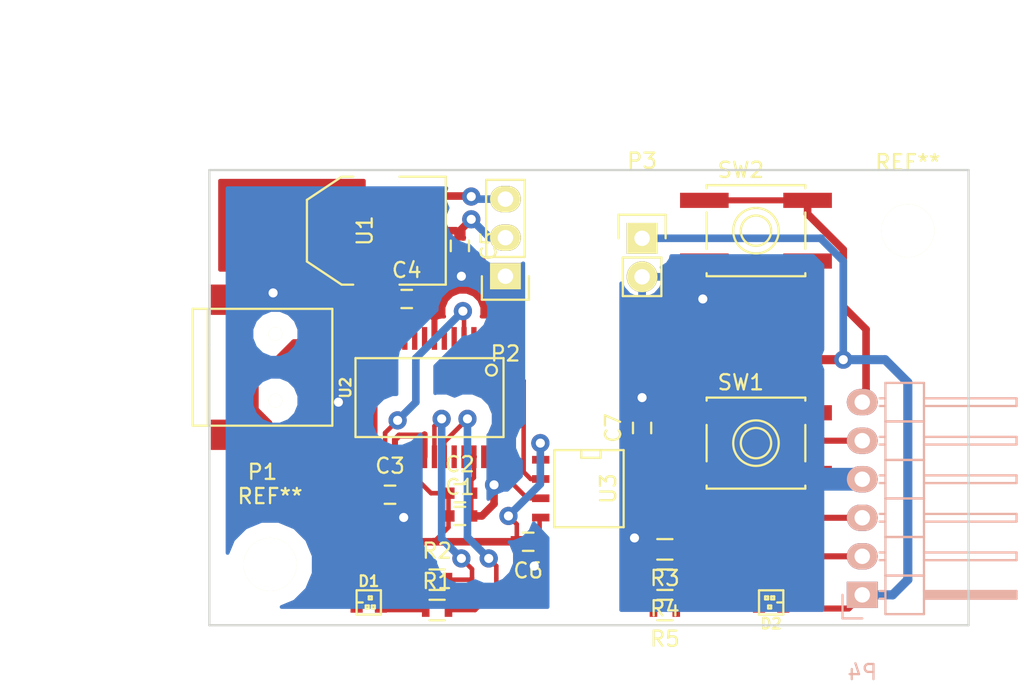
<source format=kicad_pcb>
(kicad_pcb (version 4) (host pcbnew 4.0.2-stable)

  (general
    (links 62)
    (no_connects 1)
    (area 32.850001 10.75 101.203572 55.675)
    (thickness 1.6)
    (drawings 7)
    (tracks 224)
    (zones 0)
    (modules 25)
    (nets 36)
  )

  (page User 148.006 105.004)
  (title_block
    (title "USB-Serial Prog")
    (date 2016-08-11)
    (rev 2)
  )

  (layers
    (0 F.Cu signal)
    (31 B.Cu signal)
    (32 B.Adhes user)
    (33 F.Adhes user)
    (34 B.Paste user)
    (35 F.Paste user)
    (36 B.SilkS user)
    (37 F.SilkS user)
    (38 B.Mask user)
    (39 F.Mask user)
    (40 Dwgs.User user)
    (41 Cmts.User user)
    (42 Eco1.User user)
    (43 Eco2.User user)
    (44 Edge.Cuts user)
    (45 Margin user)
    (46 B.CrtYd user)
    (47 F.CrtYd user)
    (48 B.Fab user)
    (49 F.Fab user)
  )

  (setup
    (last_trace_width 0.25)
    (user_trace_width 0.3)
    (user_trace_width 0.4)
    (user_trace_width 0.5)
    (user_trace_width 0.6)
    (user_trace_width 0.75)
    (user_trace_width 1)
    (user_trace_width 1.25)
    (user_trace_width 1.5)
    (trace_clearance 0.2)
    (zone_clearance 0.8)
    (zone_45_only no)
    (trace_min 0.2)
    (segment_width 0.2)
    (edge_width 0.15)
    (via_size 0.6)
    (via_drill 0.4)
    (via_min_size 0.4)
    (via_min_drill 0.3)
    (user_via 1.2 0.6)
    (uvia_size 0.3)
    (uvia_drill 0.1)
    (uvias_allowed no)
    (uvia_min_size 0.2)
    (uvia_min_drill 0.1)
    (pcb_text_width 0.3)
    (pcb_text_size 1.5 1.5)
    (mod_edge_width 0.15)
    (mod_text_size 1 1)
    (mod_text_width 0.15)
    (pad_size 1.524 1.524)
    (pad_drill 0.762)
    (pad_to_mask_clearance 0.2)
    (aux_axis_origin 0 0)
    (visible_elements 7FFFFF7F)
    (pcbplotparams
      (layerselection 0x00030_80000001)
      (usegerberextensions false)
      (excludeedgelayer true)
      (linewidth 0.100000)
      (plotframeref false)
      (viasonmask false)
      (mode 1)
      (useauxorigin false)
      (hpglpennumber 1)
      (hpglpenspeed 20)
      (hpglpendiameter 15)
      (hpglpenoverlay 2)
      (psnegative false)
      (psa4output false)
      (plotreference true)
      (plotvalue true)
      (plotinvisibletext false)
      (padsonsilk false)
      (subtractmaskfromsilk false)
      (outputformat 1)
      (mirror false)
      (drillshape 1)
      (scaleselection 1)
      (outputdirectory ""))
  )

  (net 0 "")
  (net 1 "Net-(C1-Pad1)")
  (net 2 GND)
  (net 3 "Net-(C3-Pad1)")
  (net 4 "Net-(C5-Pad1)")
  (net 5 "Net-(C7-Pad1)")
  (net 6 GNDD)
  (net 7 "Net-(D1-Pad1)")
  (net 8 "Net-(D1-Pad2)")
  (net 9 "Net-(D1-Pad3)")
  (net 10 "Net-(D2-Pad1)")
  (net 11 "Net-(D2-Pad2)")
  (net 12 "Net-(D2-Pad3)")
  (net 13 "Net-(P1-Pad2)")
  (net 14 "Net-(P1-Pad3)")
  (net 15 "Net-(P1-Pad4)")
  (net 16 "Net-(P4-Pad2)")
  (net 17 "Net-(P4-Pad3)")
  (net 18 "Net-(P4-Pad5)")
  (net 19 "Net-(P4-Pad6)")
  (net 20 "Net-(R1-Pad2)")
  (net 21 "Net-(R2-Pad2)")
  (net 22 "Net-(U2-Pad1)")
  (net 23 "Net-(U2-Pad2)")
  (net 24 "Net-(U2-Pad3)")
  (net 25 "Net-(U2-Pad5)")
  (net 26 "Net-(U2-Pad6)")
  (net 27 "Net-(U2-Pad9)")
  (net 28 "Net-(U2-Pad10)")
  (net 29 "Net-(U2-Pad11)")
  (net 30 "Net-(U2-Pad12)")
  (net 31 "Net-(U2-Pad13)")
  (net 32 "Net-(U2-Pad14)")
  (net 33 "Net-(U2-Pad19)")
  (net 34 "Net-(U2-Pad27)")
  (net 35 "Net-(U2-Pad28)")

  (net_class Default "This is the default net class."
    (clearance 0.2)
    (trace_width 0.25)
    (via_dia 0.6)
    (via_drill 0.4)
    (uvia_dia 0.3)
    (uvia_drill 0.1)
    (add_net GND)
    (add_net GNDD)
    (add_net "Net-(C1-Pad1)")
    (add_net "Net-(C3-Pad1)")
    (add_net "Net-(C5-Pad1)")
    (add_net "Net-(C7-Pad1)")
    (add_net "Net-(D1-Pad1)")
    (add_net "Net-(D1-Pad2)")
    (add_net "Net-(D1-Pad3)")
    (add_net "Net-(D2-Pad1)")
    (add_net "Net-(D2-Pad2)")
    (add_net "Net-(D2-Pad3)")
    (add_net "Net-(P1-Pad2)")
    (add_net "Net-(P1-Pad3)")
    (add_net "Net-(P1-Pad4)")
    (add_net "Net-(P4-Pad2)")
    (add_net "Net-(P4-Pad3)")
    (add_net "Net-(P4-Pad5)")
    (add_net "Net-(P4-Pad6)")
    (add_net "Net-(R1-Pad2)")
    (add_net "Net-(R2-Pad2)")
    (add_net "Net-(U2-Pad1)")
    (add_net "Net-(U2-Pad10)")
    (add_net "Net-(U2-Pad11)")
    (add_net "Net-(U2-Pad12)")
    (add_net "Net-(U2-Pad13)")
    (add_net "Net-(U2-Pad14)")
    (add_net "Net-(U2-Pad19)")
    (add_net "Net-(U2-Pad2)")
    (add_net "Net-(U2-Pad27)")
    (add_net "Net-(U2-Pad28)")
    (add_net "Net-(U2-Pad3)")
    (add_net "Net-(U2-Pad5)")
    (add_net "Net-(U2-Pad6)")
    (add_net "Net-(U2-Pad9)")
  )

  (module Capacitors_SMD:C_0603 (layer F.Cu) (tedit 5415D631) (tstamp 57AB75C3)
    (at 63.5 44.4)
    (descr "Capacitor SMD 0603, reflow soldering, AVX (see smccp.pdf)")
    (tags "capacitor 0603")
    (path /57AA4D38)
    (attr smd)
    (fp_text reference C1 (at 0 -1.9) (layer F.SilkS)
      (effects (font (size 1 1) (thickness 0.15)))
    )
    (fp_text value 1uf (at 0 1.9) (layer F.Fab)
      (effects (font (size 1 1) (thickness 0.15)))
    )
    (fp_line (start -1.45 -0.75) (end 1.45 -0.75) (layer F.CrtYd) (width 0.05))
    (fp_line (start -1.45 0.75) (end 1.45 0.75) (layer F.CrtYd) (width 0.05))
    (fp_line (start -1.45 -0.75) (end -1.45 0.75) (layer F.CrtYd) (width 0.05))
    (fp_line (start 1.45 -0.75) (end 1.45 0.75) (layer F.CrtYd) (width 0.05))
    (fp_line (start -0.35 -0.6) (end 0.35 -0.6) (layer F.SilkS) (width 0.15))
    (fp_line (start 0.35 0.6) (end -0.35 0.6) (layer F.SilkS) (width 0.15))
    (pad 1 smd rect (at -0.75 0) (size 0.8 0.75) (layers F.Cu F.Paste F.Mask)
      (net 1 "Net-(C1-Pad1)"))
    (pad 2 smd rect (at 0.75 0) (size 0.8 0.75) (layers F.Cu F.Paste F.Mask)
      (net 2 GND))
    (model Capacitors_SMD.3dshapes/C_0603.wrl
      (at (xyz 0 0 0))
      (scale (xyz 1 1 1))
      (rotate (xyz 0 0 0))
    )
  )

  (module Capacitors_SMD:C_0603 (layer F.Cu) (tedit 5415D631) (tstamp 57AB75C9)
    (at 63.5 42.9)
    (descr "Capacitor SMD 0603, reflow soldering, AVX (see smccp.pdf)")
    (tags "capacitor 0603")
    (path /57AA0159)
    (attr smd)
    (fp_text reference C2 (at 0 -1.9) (layer F.SilkS)
      (effects (font (size 1 1) (thickness 0.15)))
    )
    (fp_text value 100n (at 0 1.9) (layer F.Fab)
      (effects (font (size 1 1) (thickness 0.15)))
    )
    (fp_line (start -1.45 -0.75) (end 1.45 -0.75) (layer F.CrtYd) (width 0.05))
    (fp_line (start -1.45 0.75) (end 1.45 0.75) (layer F.CrtYd) (width 0.05))
    (fp_line (start -1.45 -0.75) (end -1.45 0.75) (layer F.CrtYd) (width 0.05))
    (fp_line (start 1.45 -0.75) (end 1.45 0.75) (layer F.CrtYd) (width 0.05))
    (fp_line (start -0.35 -0.6) (end 0.35 -0.6) (layer F.SilkS) (width 0.15))
    (fp_line (start 0.35 0.6) (end -0.35 0.6) (layer F.SilkS) (width 0.15))
    (pad 1 smd rect (at -0.75 0) (size 0.8 0.75) (layers F.Cu F.Paste F.Mask)
      (net 1 "Net-(C1-Pad1)"))
    (pad 2 smd rect (at 0.75 0) (size 0.8 0.75) (layers F.Cu F.Paste F.Mask)
      (net 2 GND))
    (model Capacitors_SMD.3dshapes/C_0603.wrl
      (at (xyz 0 0 0))
      (scale (xyz 1 1 1))
      (rotate (xyz 0 0 0))
    )
  )

  (module Capacitors_SMD:C_0603 (layer F.Cu) (tedit 5415D631) (tstamp 57AB75CF)
    (at 58.9 43)
    (descr "Capacitor SMD 0603, reflow soldering, AVX (see smccp.pdf)")
    (tags "capacitor 0603")
    (path /57AA0103)
    (attr smd)
    (fp_text reference C3 (at 0 -1.9) (layer F.SilkS)
      (effects (font (size 1 1) (thickness 0.15)))
    )
    (fp_text value 100n (at 0 1.9) (layer F.Fab)
      (effects (font (size 1 1) (thickness 0.15)))
    )
    (fp_line (start -1.45 -0.75) (end 1.45 -0.75) (layer F.CrtYd) (width 0.05))
    (fp_line (start -1.45 0.75) (end 1.45 0.75) (layer F.CrtYd) (width 0.05))
    (fp_line (start -1.45 -0.75) (end -1.45 0.75) (layer F.CrtYd) (width 0.05))
    (fp_line (start 1.45 -0.75) (end 1.45 0.75) (layer F.CrtYd) (width 0.05))
    (fp_line (start -0.35 -0.6) (end 0.35 -0.6) (layer F.SilkS) (width 0.15))
    (fp_line (start 0.35 0.6) (end -0.35 0.6) (layer F.SilkS) (width 0.15))
    (pad 1 smd rect (at -0.75 0) (size 0.8 0.75) (layers F.Cu F.Paste F.Mask)
      (net 3 "Net-(C3-Pad1)"))
    (pad 2 smd rect (at 0.75 0) (size 0.8 0.75) (layers F.Cu F.Paste F.Mask)
      (net 2 GND))
    (model Capacitors_SMD.3dshapes/C_0603.wrl
      (at (xyz 0 0 0))
      (scale (xyz 1 1 1))
      (rotate (xyz 0 0 0))
    )
  )

  (module Capacitors_SMD:C_0603 (layer F.Cu) (tedit 5415D631) (tstamp 57AB75D5)
    (at 60 30.1)
    (descr "Capacitor SMD 0603, reflow soldering, AVX (see smccp.pdf)")
    (tags "capacitor 0603")
    (path /57AB7203)
    (attr smd)
    (fp_text reference C4 (at 0 -1.9) (layer F.SilkS)
      (effects (font (size 1 1) (thickness 0.15)))
    )
    (fp_text value 1uF (at 0 1.9) (layer F.Fab)
      (effects (font (size 1 1) (thickness 0.15)))
    )
    (fp_line (start -1.45 -0.75) (end 1.45 -0.75) (layer F.CrtYd) (width 0.05))
    (fp_line (start -1.45 0.75) (end 1.45 0.75) (layer F.CrtYd) (width 0.05))
    (fp_line (start -1.45 -0.75) (end -1.45 0.75) (layer F.CrtYd) (width 0.05))
    (fp_line (start 1.45 -0.75) (end 1.45 0.75) (layer F.CrtYd) (width 0.05))
    (fp_line (start -0.35 -0.6) (end 0.35 -0.6) (layer F.SilkS) (width 0.15))
    (fp_line (start 0.35 0.6) (end -0.35 0.6) (layer F.SilkS) (width 0.15))
    (pad 1 smd rect (at -0.75 0) (size 0.8 0.75) (layers F.Cu F.Paste F.Mask)
      (net 1 "Net-(C1-Pad1)"))
    (pad 2 smd rect (at 0.75 0) (size 0.8 0.75) (layers F.Cu F.Paste F.Mask)
      (net 2 GND))
    (model Capacitors_SMD.3dshapes/C_0603.wrl
      (at (xyz 0 0 0))
      (scale (xyz 1 1 1))
      (rotate (xyz 0 0 0))
    )
  )

  (module Capacitors_SMD:C_0603 (layer F.Cu) (tedit 5415D631) (tstamp 57AB75DB)
    (at 63.5 26.6 270)
    (descr "Capacitor SMD 0603, reflow soldering, AVX (see smccp.pdf)")
    (tags "capacitor 0603")
    (path /57AB7252)
    (attr smd)
    (fp_text reference C5 (at 0 -1.9 270) (layer F.SilkS)
      (effects (font (size 1 1) (thickness 0.15)))
    )
    (fp_text value 220n (at 0 1.9 270) (layer F.Fab)
      (effects (font (size 1 1) (thickness 0.15)))
    )
    (fp_line (start -1.45 -0.75) (end 1.45 -0.75) (layer F.CrtYd) (width 0.05))
    (fp_line (start -1.45 0.75) (end 1.45 0.75) (layer F.CrtYd) (width 0.05))
    (fp_line (start -1.45 -0.75) (end -1.45 0.75) (layer F.CrtYd) (width 0.05))
    (fp_line (start 1.45 -0.75) (end 1.45 0.75) (layer F.CrtYd) (width 0.05))
    (fp_line (start -0.35 -0.6) (end 0.35 -0.6) (layer F.SilkS) (width 0.15))
    (fp_line (start 0.35 0.6) (end -0.35 0.6) (layer F.SilkS) (width 0.15))
    (pad 1 smd rect (at -0.75 0 270) (size 0.8 0.75) (layers F.Cu F.Paste F.Mask)
      (net 4 "Net-(C5-Pad1)"))
    (pad 2 smd rect (at 0.75 0 270) (size 0.8 0.75) (layers F.Cu F.Paste F.Mask)
      (net 2 GND))
    (model Capacitors_SMD.3dshapes/C_0603.wrl
      (at (xyz 0 0 0))
      (scale (xyz 1 1 1))
      (rotate (xyz 0 0 0))
    )
  )

  (module Capacitors_SMD:C_0603 (layer F.Cu) (tedit 5415D631) (tstamp 57AB75E1)
    (at 68 46.1 180)
    (descr "Capacitor SMD 0603, reflow soldering, AVX (see smccp.pdf)")
    (tags "capacitor 0603")
    (path /57AA7231)
    (attr smd)
    (fp_text reference C6 (at 0 -1.9 180) (layer F.SilkS)
      (effects (font (size 1 1) (thickness 0.15)))
    )
    (fp_text value 100n (at 0 1.9 180) (layer F.Fab)
      (effects (font (size 1 1) (thickness 0.15)))
    )
    (fp_line (start -1.45 -0.75) (end 1.45 -0.75) (layer F.CrtYd) (width 0.05))
    (fp_line (start -1.45 0.75) (end 1.45 0.75) (layer F.CrtYd) (width 0.05))
    (fp_line (start -1.45 -0.75) (end -1.45 0.75) (layer F.CrtYd) (width 0.05))
    (fp_line (start 1.45 -0.75) (end 1.45 0.75) (layer F.CrtYd) (width 0.05))
    (fp_line (start -0.35 -0.6) (end 0.35 -0.6) (layer F.SilkS) (width 0.15))
    (fp_line (start 0.35 0.6) (end -0.35 0.6) (layer F.SilkS) (width 0.15))
    (pad 1 smd rect (at -0.75 0 180) (size 0.8 0.75) (layers F.Cu F.Paste F.Mask)
      (net 2 GND))
    (pad 2 smd rect (at 0.75 0 180) (size 0.8 0.75) (layers F.Cu F.Paste F.Mask)
      (net 1 "Net-(C1-Pad1)"))
    (model Capacitors_SMD.3dshapes/C_0603.wrl
      (at (xyz 0 0 0))
      (scale (xyz 1 1 1))
      (rotate (xyz 0 0 0))
    )
  )

  (module Capacitors_SMD:C_0603 (layer F.Cu) (tedit 5415D631) (tstamp 57AB75E7)
    (at 75.5 38.6 90)
    (descr "Capacitor SMD 0603, reflow soldering, AVX (see smccp.pdf)")
    (tags "capacitor 0603")
    (path /57AA7767)
    (attr smd)
    (fp_text reference C7 (at 0 -1.9 90) (layer F.SilkS)
      (effects (font (size 1 1) (thickness 0.15)))
    )
    (fp_text value 100n (at 0 1.9 90) (layer F.Fab)
      (effects (font (size 1 1) (thickness 0.15)))
    )
    (fp_line (start -1.45 -0.75) (end 1.45 -0.75) (layer F.CrtYd) (width 0.05))
    (fp_line (start -1.45 0.75) (end 1.45 0.75) (layer F.CrtYd) (width 0.05))
    (fp_line (start -1.45 -0.75) (end -1.45 0.75) (layer F.CrtYd) (width 0.05))
    (fp_line (start 1.45 -0.75) (end 1.45 0.75) (layer F.CrtYd) (width 0.05))
    (fp_line (start -0.35 -0.6) (end 0.35 -0.6) (layer F.SilkS) (width 0.15))
    (fp_line (start 0.35 0.6) (end -0.35 0.6) (layer F.SilkS) (width 0.15))
    (pad 1 smd rect (at -0.75 0 90) (size 0.8 0.75) (layers F.Cu F.Paste F.Mask)
      (net 5 "Net-(C7-Pad1)"))
    (pad 2 smd rect (at 0.75 0 90) (size 0.8 0.75) (layers F.Cu F.Paste F.Mask)
      (net 6 GNDD))
    (model Capacitors_SMD.3dshapes/C_0603.wrl
      (at (xyz 0 0 0))
      (scale (xyz 1 1 1))
      (rotate (xyz 0 0 0))
    )
  )

  (module User2016:0603_rgb_led (layer F.Cu) (tedit 57AB7355) (tstamp 57AB7600)
    (at 57.5 50.1 270)
    (path /57AA324B)
    (fp_text reference D1 (at -1.4 0 360) (layer F.SilkS)
      (effects (font (size 0.7 0.7) (thickness 0.15)))
    )
    (fp_text value 0603RGBLED (at 1.4 0 360) (layer F.Fab)
      (effects (font (size 0.5 0.5) (thickness 0.125)))
    )
    (fp_line (start 0.2 0) (end 0.2 0.2) (layer F.SilkS) (width 0.15))
    (fp_line (start 0.2 0.2) (end 0.4 0.2) (layer F.SilkS) (width 0.15))
    (fp_line (start 0.4 0.2) (end 0.4 0) (layer F.SilkS) (width 0.15))
    (fp_line (start 0.4 0) (end 0.2 0) (layer F.SilkS) (width 0.15))
    (fp_line (start 0.2 -0.4) (end 0.2 -0.2) (layer F.SilkS) (width 0.15))
    (fp_line (start 0.2 -0.2) (end 0.4 -0.2) (layer F.SilkS) (width 0.15))
    (fp_line (start 0.4 -0.2) (end 0.4 -0.4) (layer F.SilkS) (width 0.15))
    (fp_line (start 0.4 -0.4) (end 0.2 -0.4) (layer F.SilkS) (width 0.15))
    (fp_line (start -0.4 -0.2) (end -0.4 0) (layer F.SilkS) (width 0.15))
    (fp_line (start -0.4 0) (end -0.2 0) (layer F.SilkS) (width 0.15))
    (fp_line (start -0.2 0) (end -0.2 -0.2) (layer F.SilkS) (width 0.15))
    (fp_line (start -0.2 -0.2) (end -0.4 -0.2) (layer F.SilkS) (width 0.15))
    (fp_line (start 0 0.8) (end 0 0.4) (layer F.SilkS) (width 0.15))
    (fp_line (start -0.8 -0.8) (end 0.8 -0.8) (layer F.SilkS) (width 0.15))
    (fp_line (start 0.8 -0.8) (end 0.8 0.8) (layer F.SilkS) (width 0.15))
    (fp_line (start 0.8 0.8) (end -0.8 0.8) (layer F.SilkS) (width 0.15))
    (fp_line (start -0.8 0.8) (end -0.8 -0.8) (layer F.SilkS) (width 0.15))
    (pad 1 smd rect (at -0.4 -0.8 270) (size 0.55 0.8) (layers F.Cu F.Paste F.Mask)
      (net 7 "Net-(D1-Pad1)"))
    (pad 2 smd rect (at 0.4 -0.8 270) (size 0.55 0.8) (layers F.Cu F.Paste F.Mask)
      (net 8 "Net-(D1-Pad2)"))
    (pad 3 smd rect (at 0.4 0.8 270) (size 0.55 0.8) (layers F.Cu F.Paste F.Mask)
      (net 9 "Net-(D1-Pad3)"))
    (pad 4 smd rect (at -0.4 0.8 270) (size 0.55 0.8) (layers F.Cu F.Paste F.Mask)
      (net 1 "Net-(C1-Pad1)"))
  )

  (module User2016:0603_rgb_led (layer F.Cu) (tedit 57AB7355) (tstamp 57AB7619)
    (at 84 50.1 90)
    (path /57AA8999)
    (fp_text reference D2 (at -1.4 0 180) (layer F.SilkS)
      (effects (font (size 0.7 0.7) (thickness 0.15)))
    )
    (fp_text value 0603RGBLED (at 1.4 0 180) (layer F.Fab)
      (effects (font (size 0.5 0.5) (thickness 0.125)))
    )
    (fp_line (start 0.2 0) (end 0.2 0.2) (layer F.SilkS) (width 0.15))
    (fp_line (start 0.2 0.2) (end 0.4 0.2) (layer F.SilkS) (width 0.15))
    (fp_line (start 0.4 0.2) (end 0.4 0) (layer F.SilkS) (width 0.15))
    (fp_line (start 0.4 0) (end 0.2 0) (layer F.SilkS) (width 0.15))
    (fp_line (start 0.2 -0.4) (end 0.2 -0.2) (layer F.SilkS) (width 0.15))
    (fp_line (start 0.2 -0.2) (end 0.4 -0.2) (layer F.SilkS) (width 0.15))
    (fp_line (start 0.4 -0.2) (end 0.4 -0.4) (layer F.SilkS) (width 0.15))
    (fp_line (start 0.4 -0.4) (end 0.2 -0.4) (layer F.SilkS) (width 0.15))
    (fp_line (start -0.4 -0.2) (end -0.4 0) (layer F.SilkS) (width 0.15))
    (fp_line (start -0.4 0) (end -0.2 0) (layer F.SilkS) (width 0.15))
    (fp_line (start -0.2 0) (end -0.2 -0.2) (layer F.SilkS) (width 0.15))
    (fp_line (start -0.2 -0.2) (end -0.4 -0.2) (layer F.SilkS) (width 0.15))
    (fp_line (start 0 0.8) (end 0 0.4) (layer F.SilkS) (width 0.15))
    (fp_line (start -0.8 -0.8) (end 0.8 -0.8) (layer F.SilkS) (width 0.15))
    (fp_line (start 0.8 -0.8) (end 0.8 0.8) (layer F.SilkS) (width 0.15))
    (fp_line (start 0.8 0.8) (end -0.8 0.8) (layer F.SilkS) (width 0.15))
    (fp_line (start -0.8 0.8) (end -0.8 -0.8) (layer F.SilkS) (width 0.15))
    (pad 1 smd rect (at -0.4 -0.8 90) (size 0.55 0.8) (layers F.Cu F.Paste F.Mask)
      (net 10 "Net-(D2-Pad1)"))
    (pad 2 smd rect (at 0.4 -0.8 90) (size 0.55 0.8) (layers F.Cu F.Paste F.Mask)
      (net 11 "Net-(D2-Pad2)"))
    (pad 3 smd rect (at 0.4 0.8 90) (size 0.55 0.8) (layers F.Cu F.Paste F.Mask)
      (net 12 "Net-(D2-Pad3)"))
    (pad 4 smd rect (at -0.4 0.8 90) (size 0.55 0.8) (layers F.Cu F.Paste F.Mask)
      (net 5 "Net-(C7-Pad1)"))
  )

  (module Connect:USB_Mini-B (layer F.Cu) (tedit 5543E571) (tstamp 57AB7628)
    (at 50.5 34.6)
    (descr "USB Mini-B 5-pin SMD connector")
    (tags "USB USB_B USB_Mini connector")
    (path /57AA461B)
    (attr smd)
    (fp_text reference P1 (at 0 6.90118) (layer F.SilkS)
      (effects (font (size 1 1) (thickness 0.15)))
    )
    (fp_text value USB_OTG (at 0 -7.0993) (layer F.Fab)
      (effects (font (size 1 1) (thickness 0.15)))
    )
    (fp_line (start -4.85 -5.7) (end 4.85 -5.7) (layer F.CrtYd) (width 0.05))
    (fp_line (start 4.85 -5.7) (end 4.85 5.7) (layer F.CrtYd) (width 0.05))
    (fp_line (start 4.85 5.7) (end -4.85 5.7) (layer F.CrtYd) (width 0.05))
    (fp_line (start -4.85 5.7) (end -4.85 -5.7) (layer F.CrtYd) (width 0.05))
    (fp_line (start -3.59918 -3.85064) (end -3.59918 3.85064) (layer F.SilkS) (width 0.15))
    (fp_line (start -4.59994 -3.85064) (end -4.59994 3.85064) (layer F.SilkS) (width 0.15))
    (fp_line (start -4.59994 3.85064) (end 4.59994 3.85064) (layer F.SilkS) (width 0.15))
    (fp_line (start 4.59994 3.85064) (end 4.59994 -3.85064) (layer F.SilkS) (width 0.15))
    (fp_line (start 4.59994 -3.85064) (end -4.59994 -3.85064) (layer F.SilkS) (width 0.15))
    (pad 1 smd rect (at 3.44932 -1.6002) (size 2.30124 0.50038) (layers F.Cu F.Paste F.Mask)
      (net 1 "Net-(C1-Pad1)"))
    (pad 2 smd rect (at 3.44932 -0.8001) (size 2.30124 0.50038) (layers F.Cu F.Paste F.Mask)
      (net 13 "Net-(P1-Pad2)"))
    (pad 3 smd rect (at 3.44932 0) (size 2.30124 0.50038) (layers F.Cu F.Paste F.Mask)
      (net 14 "Net-(P1-Pad3)"))
    (pad 4 smd rect (at 3.44932 0.8001) (size 2.30124 0.50038) (layers F.Cu F.Paste F.Mask)
      (net 15 "Net-(P1-Pad4)"))
    (pad 5 smd rect (at 3.44932 1.6002) (size 2.30124 0.50038) (layers F.Cu F.Paste F.Mask)
      (net 2 GND))
    (pad 6 smd rect (at 3.35026 -4.45008) (size 2.49936 1.99898) (layers F.Cu F.Paste F.Mask)
      (net 2 GND))
    (pad 6 smd rect (at -2.14884 -4.45008) (size 2.49936 1.99898) (layers F.Cu F.Paste F.Mask)
      (net 2 GND))
    (pad 6 smd rect (at 3.35026 4.45008) (size 2.49936 1.99898) (layers F.Cu F.Paste F.Mask)
      (net 2 GND))
    (pad 6 smd rect (at -2.14884 4.45008) (size 2.49936 1.99898) (layers F.Cu F.Paste F.Mask)
      (net 2 GND))
    (pad "" np_thru_hole circle (at 0.8509 -2.19964) (size 0.89916 0.89916) (drill 0.89916) (layers *.Cu *.Mask F.SilkS))
    (pad "" np_thru_hole circle (at 0.8509 2.19964) (size 0.89916 0.89916) (drill 0.89916) (layers *.Cu *.Mask F.SilkS))
  )

  (module Pin_Headers:Pin_Header_Straight_1x03 (layer F.Cu) (tedit 0) (tstamp 57AB762F)
    (at 66.5 28.6 180)
    (descr "Through hole pin header")
    (tags "pin header")
    (path /57AB67B0)
    (fp_text reference P2 (at 0 -5.1 180) (layer F.SilkS)
      (effects (font (size 1 1) (thickness 0.15)))
    )
    (fp_text value Vcc1 (at 0 -3.1 180) (layer F.Fab)
      (effects (font (size 1 1) (thickness 0.15)))
    )
    (fp_line (start -1.75 -1.75) (end -1.75 6.85) (layer F.CrtYd) (width 0.05))
    (fp_line (start 1.75 -1.75) (end 1.75 6.85) (layer F.CrtYd) (width 0.05))
    (fp_line (start -1.75 -1.75) (end 1.75 -1.75) (layer F.CrtYd) (width 0.05))
    (fp_line (start -1.75 6.85) (end 1.75 6.85) (layer F.CrtYd) (width 0.05))
    (fp_line (start -1.27 1.27) (end -1.27 6.35) (layer F.SilkS) (width 0.15))
    (fp_line (start -1.27 6.35) (end 1.27 6.35) (layer F.SilkS) (width 0.15))
    (fp_line (start 1.27 6.35) (end 1.27 1.27) (layer F.SilkS) (width 0.15))
    (fp_line (start 1.55 -1.55) (end 1.55 0) (layer F.SilkS) (width 0.15))
    (fp_line (start 1.27 1.27) (end -1.27 1.27) (layer F.SilkS) (width 0.15))
    (fp_line (start -1.55 0) (end -1.55 -1.55) (layer F.SilkS) (width 0.15))
    (fp_line (start -1.55 -1.55) (end 1.55 -1.55) (layer F.SilkS) (width 0.15))
    (pad 1 thru_hole rect (at 0 0 180) (size 2.032 1.7272) (drill 1.016) (layers *.Cu *.Mask F.SilkS)
      (net 2 GND))
    (pad 2 thru_hole oval (at 0 2.54 180) (size 2.032 1.7272) (drill 1.016) (layers *.Cu *.Mask F.SilkS)
      (net 4 "Net-(C5-Pad1)"))
    (pad 3 thru_hole oval (at 0 5.08 180) (size 2.032 1.7272) (drill 1.016) (layers *.Cu *.Mask F.SilkS)
      (net 1 "Net-(C1-Pad1)"))
    (model Pin_Headers.3dshapes/Pin_Header_Straight_1x03.wrl
      (at (xyz 0 -0.1 0))
      (scale (xyz 1 1 1))
      (rotate (xyz 0 0 90))
    )
  )

  (module Pin_Headers:Pin_Header_Straight_1x02 (layer F.Cu) (tedit 54EA090C) (tstamp 57AB7635)
    (at 75.5 26.1)
    (descr "Through hole pin header")
    (tags "pin header")
    (path /57AA95FE)
    (fp_text reference P3 (at 0 -5.1) (layer F.SilkS)
      (effects (font (size 1 1) (thickness 0.15)))
    )
    (fp_text value Vcc2 (at 0 -3.1) (layer F.Fab)
      (effects (font (size 1 1) (thickness 0.15)))
    )
    (fp_line (start 1.27 1.27) (end 1.27 3.81) (layer F.SilkS) (width 0.15))
    (fp_line (start 1.55 -1.55) (end 1.55 0) (layer F.SilkS) (width 0.15))
    (fp_line (start -1.75 -1.75) (end -1.75 4.3) (layer F.CrtYd) (width 0.05))
    (fp_line (start 1.75 -1.75) (end 1.75 4.3) (layer F.CrtYd) (width 0.05))
    (fp_line (start -1.75 -1.75) (end 1.75 -1.75) (layer F.CrtYd) (width 0.05))
    (fp_line (start -1.75 4.3) (end 1.75 4.3) (layer F.CrtYd) (width 0.05))
    (fp_line (start 1.27 1.27) (end -1.27 1.27) (layer F.SilkS) (width 0.15))
    (fp_line (start -1.55 0) (end -1.55 -1.55) (layer F.SilkS) (width 0.15))
    (fp_line (start -1.55 -1.55) (end 1.55 -1.55) (layer F.SilkS) (width 0.15))
    (fp_line (start -1.27 1.27) (end -1.27 3.81) (layer F.SilkS) (width 0.15))
    (fp_line (start -1.27 3.81) (end 1.27 3.81) (layer F.SilkS) (width 0.15))
    (pad 1 thru_hole rect (at 0 0) (size 2.032 2.032) (drill 1.016) (layers *.Cu *.Mask F.SilkS)
      (net 5 "Net-(C7-Pad1)"))
    (pad 2 thru_hole oval (at 0 2.54) (size 2.032 2.032) (drill 1.016) (layers *.Cu *.Mask F.SilkS)
      (net 6 GNDD))
    (model Pin_Headers.3dshapes/Pin_Header_Straight_1x02.wrl
      (at (xyz 0 -0.05 0))
      (scale (xyz 1 1 1))
      (rotate (xyz 0 0 90))
    )
  )

  (module Pin_Headers:Pin_Header_Angled_1x06 (layer B.Cu) (tedit 0) (tstamp 57AB763F)
    (at 90 49.6)
    (descr "Through hole pin header")
    (tags "pin header")
    (path /57AA7AF4)
    (fp_text reference P4 (at 0 5.1) (layer B.SilkS)
      (effects (font (size 1 1) (thickness 0.15)) (justify mirror))
    )
    (fp_text value OUT (at 0 3.1) (layer B.Fab)
      (effects (font (size 1 1) (thickness 0.15)) (justify mirror))
    )
    (fp_line (start -1.5 1.75) (end -1.5 -14.45) (layer B.CrtYd) (width 0.05))
    (fp_line (start 10.65 1.75) (end 10.65 -14.45) (layer B.CrtYd) (width 0.05))
    (fp_line (start -1.5 1.75) (end 10.65 1.75) (layer B.CrtYd) (width 0.05))
    (fp_line (start -1.5 -14.45) (end 10.65 -14.45) (layer B.CrtYd) (width 0.05))
    (fp_line (start -1.3 1.55) (end -1.3 0) (layer B.SilkS) (width 0.15))
    (fp_line (start 0 1.55) (end -1.3 1.55) (layer B.SilkS) (width 0.15))
    (fp_line (start 4.191 0.127) (end 10.033 0.127) (layer B.SilkS) (width 0.15))
    (fp_line (start 10.033 0.127) (end 10.033 -0.127) (layer B.SilkS) (width 0.15))
    (fp_line (start 10.033 -0.127) (end 4.191 -0.127) (layer B.SilkS) (width 0.15))
    (fp_line (start 4.191 -0.127) (end 4.191 0) (layer B.SilkS) (width 0.15))
    (fp_line (start 4.191 0) (end 10.033 0) (layer B.SilkS) (width 0.15))
    (fp_line (start 1.524 0.254) (end 1.143 0.254) (layer B.SilkS) (width 0.15))
    (fp_line (start 1.524 -0.254) (end 1.143 -0.254) (layer B.SilkS) (width 0.15))
    (fp_line (start 1.524 -2.286) (end 1.143 -2.286) (layer B.SilkS) (width 0.15))
    (fp_line (start 1.524 -2.794) (end 1.143 -2.794) (layer B.SilkS) (width 0.15))
    (fp_line (start 1.524 -4.826) (end 1.143 -4.826) (layer B.SilkS) (width 0.15))
    (fp_line (start 1.524 -5.334) (end 1.143 -5.334) (layer B.SilkS) (width 0.15))
    (fp_line (start 1.524 -12.954) (end 1.143 -12.954) (layer B.SilkS) (width 0.15))
    (fp_line (start 1.524 -12.446) (end 1.143 -12.446) (layer B.SilkS) (width 0.15))
    (fp_line (start 1.524 -10.414) (end 1.143 -10.414) (layer B.SilkS) (width 0.15))
    (fp_line (start 1.524 -9.906) (end 1.143 -9.906) (layer B.SilkS) (width 0.15))
    (fp_line (start 1.524 -7.874) (end 1.143 -7.874) (layer B.SilkS) (width 0.15))
    (fp_line (start 1.524 -7.366) (end 1.143 -7.366) (layer B.SilkS) (width 0.15))
    (fp_line (start 1.524 1.27) (end 4.064 1.27) (layer B.SilkS) (width 0.15))
    (fp_line (start 1.524 -1.27) (end 4.064 -1.27) (layer B.SilkS) (width 0.15))
    (fp_line (start 1.524 -1.27) (end 1.524 -3.81) (layer B.SilkS) (width 0.15))
    (fp_line (start 1.524 -3.81) (end 4.064 -3.81) (layer B.SilkS) (width 0.15))
    (fp_line (start 4.064 -2.286) (end 10.16 -2.286) (layer B.SilkS) (width 0.15))
    (fp_line (start 10.16 -2.286) (end 10.16 -2.794) (layer B.SilkS) (width 0.15))
    (fp_line (start 10.16 -2.794) (end 4.064 -2.794) (layer B.SilkS) (width 0.15))
    (fp_line (start 4.064 -3.81) (end 4.064 -1.27) (layer B.SilkS) (width 0.15))
    (fp_line (start 4.064 -1.27) (end 4.064 1.27) (layer B.SilkS) (width 0.15))
    (fp_line (start 10.16 -0.254) (end 4.064 -0.254) (layer B.SilkS) (width 0.15))
    (fp_line (start 10.16 0.254) (end 10.16 -0.254) (layer B.SilkS) (width 0.15))
    (fp_line (start 4.064 0.254) (end 10.16 0.254) (layer B.SilkS) (width 0.15))
    (fp_line (start 1.524 -1.27) (end 4.064 -1.27) (layer B.SilkS) (width 0.15))
    (fp_line (start 1.524 1.27) (end 1.524 -1.27) (layer B.SilkS) (width 0.15))
    (fp_line (start 1.524 -8.89) (end 4.064 -8.89) (layer B.SilkS) (width 0.15))
    (fp_line (start 1.524 -8.89) (end 1.524 -11.43) (layer B.SilkS) (width 0.15))
    (fp_line (start 1.524 -11.43) (end 4.064 -11.43) (layer B.SilkS) (width 0.15))
    (fp_line (start 4.064 -9.906) (end 10.16 -9.906) (layer B.SilkS) (width 0.15))
    (fp_line (start 10.16 -9.906) (end 10.16 -10.414) (layer B.SilkS) (width 0.15))
    (fp_line (start 10.16 -10.414) (end 4.064 -10.414) (layer B.SilkS) (width 0.15))
    (fp_line (start 4.064 -11.43) (end 4.064 -8.89) (layer B.SilkS) (width 0.15))
    (fp_line (start 4.064 -13.97) (end 4.064 -11.43) (layer B.SilkS) (width 0.15))
    (fp_line (start 10.16 -12.954) (end 4.064 -12.954) (layer B.SilkS) (width 0.15))
    (fp_line (start 10.16 -12.446) (end 10.16 -12.954) (layer B.SilkS) (width 0.15))
    (fp_line (start 4.064 -12.446) (end 10.16 -12.446) (layer B.SilkS) (width 0.15))
    (fp_line (start 1.524 -13.97) (end 4.064 -13.97) (layer B.SilkS) (width 0.15))
    (fp_line (start 1.524 -11.43) (end 1.524 -13.97) (layer B.SilkS) (width 0.15))
    (fp_line (start 1.524 -11.43) (end 4.064 -11.43) (layer B.SilkS) (width 0.15))
    (fp_line (start 1.524 -6.35) (end 4.064 -6.35) (layer B.SilkS) (width 0.15))
    (fp_line (start 1.524 -6.35) (end 1.524 -8.89) (layer B.SilkS) (width 0.15))
    (fp_line (start 1.524 -8.89) (end 4.064 -8.89) (layer B.SilkS) (width 0.15))
    (fp_line (start 4.064 -7.366) (end 10.16 -7.366) (layer B.SilkS) (width 0.15))
    (fp_line (start 10.16 -7.366) (end 10.16 -7.874) (layer B.SilkS) (width 0.15))
    (fp_line (start 10.16 -7.874) (end 4.064 -7.874) (layer B.SilkS) (width 0.15))
    (fp_line (start 4.064 -8.89) (end 4.064 -6.35) (layer B.SilkS) (width 0.15))
    (fp_line (start 4.064 -6.35) (end 4.064 -3.81) (layer B.SilkS) (width 0.15))
    (fp_line (start 10.16 -5.334) (end 4.064 -5.334) (layer B.SilkS) (width 0.15))
    (fp_line (start 10.16 -4.826) (end 10.16 -5.334) (layer B.SilkS) (width 0.15))
    (fp_line (start 4.064 -4.826) (end 10.16 -4.826) (layer B.SilkS) (width 0.15))
    (fp_line (start 1.524 -6.35) (end 4.064 -6.35) (layer B.SilkS) (width 0.15))
    (fp_line (start 1.524 -3.81) (end 1.524 -6.35) (layer B.SilkS) (width 0.15))
    (fp_line (start 1.524 -3.81) (end 4.064 -3.81) (layer B.SilkS) (width 0.15))
    (pad 1 thru_hole rect (at 0 0) (size 2.032 1.7272) (drill 1.016) (layers *.Cu *.Mask B.SilkS)
      (net 5 "Net-(C7-Pad1)"))
    (pad 2 thru_hole oval (at 0 -2.54) (size 2.032 1.7272) (drill 1.016) (layers *.Cu *.Mask B.SilkS)
      (net 16 "Net-(P4-Pad2)"))
    (pad 3 thru_hole oval (at 0 -5.08) (size 2.032 1.7272) (drill 1.016) (layers *.Cu *.Mask B.SilkS)
      (net 17 "Net-(P4-Pad3)"))
    (pad 4 thru_hole oval (at 0 -7.62) (size 2.032 1.7272) (drill 1.016) (layers *.Cu *.Mask B.SilkS)
      (net 6 GNDD))
    (pad 5 thru_hole oval (at 0 -10.16) (size 2.032 1.7272) (drill 1.016) (layers *.Cu *.Mask B.SilkS)
      (net 18 "Net-(P4-Pad5)"))
    (pad 6 thru_hole oval (at 0 -12.7) (size 2.032 1.7272) (drill 1.016) (layers *.Cu *.Mask B.SilkS)
      (net 19 "Net-(P4-Pad6)"))
    (model Pin_Headers.3dshapes/Pin_Header_Angled_1x06.wrl
      (at (xyz 0 -0.25 0))
      (scale (xyz 1 1 1))
      (rotate (xyz 0 0 90))
    )
  )

  (module Resistors_SMD:R_0603 (layer F.Cu) (tedit 5415CC62) (tstamp 57AB7645)
    (at 62 50.6)
    (descr "Resistor SMD 0603, reflow soldering, Vishay (see dcrcw.pdf)")
    (tags "resistor 0603")
    (path /57AA04B5)
    (attr smd)
    (fp_text reference R1 (at 0 -1.9) (layer F.SilkS)
      (effects (font (size 1 1) (thickness 0.15)))
    )
    (fp_text value 270 (at 0 1.9) (layer F.Fab)
      (effects (font (size 1 1) (thickness 0.15)))
    )
    (fp_line (start -1.3 -0.8) (end 1.3 -0.8) (layer F.CrtYd) (width 0.05))
    (fp_line (start -1.3 0.8) (end 1.3 0.8) (layer F.CrtYd) (width 0.05))
    (fp_line (start -1.3 -0.8) (end -1.3 0.8) (layer F.CrtYd) (width 0.05))
    (fp_line (start 1.3 -0.8) (end 1.3 0.8) (layer F.CrtYd) (width 0.05))
    (fp_line (start 0.5 0.675) (end -0.5 0.675) (layer F.SilkS) (width 0.15))
    (fp_line (start -0.5 -0.675) (end 0.5 -0.675) (layer F.SilkS) (width 0.15))
    (pad 1 smd rect (at -0.75 0) (size 0.5 0.9) (layers F.Cu F.Paste F.Mask)
      (net 8 "Net-(D1-Pad2)"))
    (pad 2 smd rect (at 0.75 0) (size 0.5 0.9) (layers F.Cu F.Paste F.Mask)
      (net 20 "Net-(R1-Pad2)"))
    (model Resistors_SMD.3dshapes/R_0603.wrl
      (at (xyz 0 0 0))
      (scale (xyz 1 1 1))
      (rotate (xyz 0 0 0))
    )
  )

  (module Resistors_SMD:R_0603 (layer F.Cu) (tedit 5415CC62) (tstamp 57AB764B)
    (at 62 48.6)
    (descr "Resistor SMD 0603, reflow soldering, Vishay (see dcrcw.pdf)")
    (tags "resistor 0603")
    (path /57AA056A)
    (attr smd)
    (fp_text reference R2 (at 0 -1.9) (layer F.SilkS)
      (effects (font (size 1 1) (thickness 0.15)))
    )
    (fp_text value 270 (at 0 1.9) (layer F.Fab)
      (effects (font (size 1 1) (thickness 0.15)))
    )
    (fp_line (start -1.3 -0.8) (end 1.3 -0.8) (layer F.CrtYd) (width 0.05))
    (fp_line (start -1.3 0.8) (end 1.3 0.8) (layer F.CrtYd) (width 0.05))
    (fp_line (start -1.3 -0.8) (end -1.3 0.8) (layer F.CrtYd) (width 0.05))
    (fp_line (start 1.3 -0.8) (end 1.3 0.8) (layer F.CrtYd) (width 0.05))
    (fp_line (start 0.5 0.675) (end -0.5 0.675) (layer F.SilkS) (width 0.15))
    (fp_line (start -0.5 -0.675) (end 0.5 -0.675) (layer F.SilkS) (width 0.15))
    (pad 1 smd rect (at -0.75 0) (size 0.5 0.9) (layers F.Cu F.Paste F.Mask)
      (net 7 "Net-(D1-Pad1)"))
    (pad 2 smd rect (at 0.75 0) (size 0.5 0.9) (layers F.Cu F.Paste F.Mask)
      (net 21 "Net-(R2-Pad2)"))
    (model Resistors_SMD.3dshapes/R_0603.wrl
      (at (xyz 0 0 0))
      (scale (xyz 1 1 1))
      (rotate (xyz 0 0 0))
    )
  )

  (module Resistors_SMD:R_0603 (layer F.Cu) (tedit 5415CC62) (tstamp 57AB7651)
    (at 77 46.6 180)
    (descr "Resistor SMD 0603, reflow soldering, Vishay (see dcrcw.pdf)")
    (tags "resistor 0603")
    (path /57AA905D)
    (attr smd)
    (fp_text reference R3 (at 0 -1.9 180) (layer F.SilkS)
      (effects (font (size 1 1) (thickness 0.15)))
    )
    (fp_text value 390 (at 0 1.9 180) (layer F.Fab)
      (effects (font (size 1 1) (thickness 0.15)))
    )
    (fp_line (start -1.3 -0.8) (end 1.3 -0.8) (layer F.CrtYd) (width 0.05))
    (fp_line (start -1.3 0.8) (end 1.3 0.8) (layer F.CrtYd) (width 0.05))
    (fp_line (start -1.3 -0.8) (end -1.3 0.8) (layer F.CrtYd) (width 0.05))
    (fp_line (start 1.3 -0.8) (end 1.3 0.8) (layer F.CrtYd) (width 0.05))
    (fp_line (start 0.5 0.675) (end -0.5 0.675) (layer F.SilkS) (width 0.15))
    (fp_line (start -0.5 -0.675) (end 0.5 -0.675) (layer F.SilkS) (width 0.15))
    (pad 1 smd rect (at -0.75 0 180) (size 0.5 0.9) (layers F.Cu F.Paste F.Mask)
      (net 12 "Net-(D2-Pad3)"))
    (pad 2 smd rect (at 0.75 0 180) (size 0.5 0.9) (layers F.Cu F.Paste F.Mask)
      (net 6 GNDD))
    (model Resistors_SMD.3dshapes/R_0603.wrl
      (at (xyz 0 0 0))
      (scale (xyz 1 1 1))
      (rotate (xyz 0 0 0))
    )
  )

  (module Resistors_SMD:R_0603 (layer F.Cu) (tedit 5415CC62) (tstamp 57AB7657)
    (at 77 48.6 180)
    (descr "Resistor SMD 0603, reflow soldering, Vishay (see dcrcw.pdf)")
    (tags "resistor 0603")
    (path /57AA9024)
    (attr smd)
    (fp_text reference R4 (at 0 -1.9 180) (layer F.SilkS)
      (effects (font (size 1 1) (thickness 0.15)))
    )
    (fp_text value 390 (at 0 1.9 180) (layer F.Fab)
      (effects (font (size 1 1) (thickness 0.15)))
    )
    (fp_line (start -1.3 -0.8) (end 1.3 -0.8) (layer F.CrtYd) (width 0.05))
    (fp_line (start -1.3 0.8) (end 1.3 0.8) (layer F.CrtYd) (width 0.05))
    (fp_line (start -1.3 -0.8) (end -1.3 0.8) (layer F.CrtYd) (width 0.05))
    (fp_line (start 1.3 -0.8) (end 1.3 0.8) (layer F.CrtYd) (width 0.05))
    (fp_line (start 0.5 0.675) (end -0.5 0.675) (layer F.SilkS) (width 0.15))
    (fp_line (start -0.5 -0.675) (end 0.5 -0.675) (layer F.SilkS) (width 0.15))
    (pad 1 smd rect (at -0.75 0 180) (size 0.5 0.9) (layers F.Cu F.Paste F.Mask)
      (net 11 "Net-(D2-Pad2)"))
    (pad 2 smd rect (at 0.75 0 180) (size 0.5 0.9) (layers F.Cu F.Paste F.Mask)
      (net 6 GNDD))
    (model Resistors_SMD.3dshapes/R_0603.wrl
      (at (xyz 0 0 0))
      (scale (xyz 1 1 1))
      (rotate (xyz 0 0 0))
    )
  )

  (module Resistors_SMD:R_0603 (layer F.Cu) (tedit 5415CC62) (tstamp 57AB765D)
    (at 77 50.6 180)
    (descr "Resistor SMD 0603, reflow soldering, Vishay (see dcrcw.pdf)")
    (tags "resistor 0603")
    (path /57AA8FE3)
    (attr smd)
    (fp_text reference R5 (at 0 -1.9 180) (layer F.SilkS)
      (effects (font (size 1 1) (thickness 0.15)))
    )
    (fp_text value 390 (at 0 1.9 180) (layer F.Fab)
      (effects (font (size 1 1) (thickness 0.15)))
    )
    (fp_line (start -1.3 -0.8) (end 1.3 -0.8) (layer F.CrtYd) (width 0.05))
    (fp_line (start -1.3 0.8) (end 1.3 0.8) (layer F.CrtYd) (width 0.05))
    (fp_line (start -1.3 -0.8) (end -1.3 0.8) (layer F.CrtYd) (width 0.05))
    (fp_line (start 1.3 -0.8) (end 1.3 0.8) (layer F.CrtYd) (width 0.05))
    (fp_line (start 0.5 0.675) (end -0.5 0.675) (layer F.SilkS) (width 0.15))
    (fp_line (start -0.5 -0.675) (end 0.5 -0.675) (layer F.SilkS) (width 0.15))
    (pad 1 smd rect (at -0.75 0 180) (size 0.5 0.9) (layers F.Cu F.Paste F.Mask)
      (net 10 "Net-(D2-Pad1)"))
    (pad 2 smd rect (at 0.75 0 180) (size 0.5 0.9) (layers F.Cu F.Paste F.Mask)
      (net 6 GNDD))
    (model Resistors_SMD.3dshapes/R_0603.wrl
      (at (xyz 0 0 0))
      (scale (xyz 1 1 1))
      (rotate (xyz 0 0 0))
    )
  )

  (module Buttons_Switches_SMD:SW_SPST_EVQP0 (layer F.Cu) (tedit 5788B2B9) (tstamp 57AB7665)
    (at 83 39.6)
    (descr "Light Touch Switch")
    (path /57A9FD38)
    (attr smd)
    (fp_text reference SW1 (at -1 -4) (layer F.SilkS)
      (effects (font (size 1 1) (thickness 0.15)))
    )
    (fp_text value ~RST (at 0 4.25) (layer F.Fab)
      (effects (font (size 1 1) (thickness 0.15)))
    )
    (fp_line (start -5.25 -3.25) (end 5.25 -3.25) (layer F.CrtYd) (width 0.05))
    (fp_line (start 5.25 -3.25) (end 5.25 3.25) (layer F.CrtYd) (width 0.05))
    (fp_line (start 5.25 3.25) (end -5.25 3.25) (layer F.CrtYd) (width 0.05))
    (fp_line (start -5.25 3.25) (end -5.25 -3.25) (layer F.CrtYd) (width 0.05))
    (fp_line (start 3.25 -3) (end 3.25 -2.8) (layer F.SilkS) (width 0.15))
    (fp_line (start 3.25 3) (end 3.25 2.8) (layer F.SilkS) (width 0.15))
    (fp_line (start -3.25 3) (end -3.25 2.8) (layer F.SilkS) (width 0.15))
    (fp_line (start -3.25 -3) (end -3.25 -2.8) (layer F.SilkS) (width 0.15))
    (fp_line (start -3.25 -1.2) (end -3.25 1.2) (layer F.SilkS) (width 0.15))
    (fp_line (start 3.25 -1.2) (end 3.25 1.2) (layer F.SilkS) (width 0.15))
    (fp_line (start 3.25 -3) (end -3.25 -3) (layer F.SilkS) (width 0.15))
    (fp_line (start -3.25 3) (end 3.25 3) (layer F.SilkS) (width 0.15))
    (fp_circle (center 0 0) (end 1 0) (layer F.SilkS) (width 0.15))
    (fp_circle (center 0 0) (end 1.5 0) (layer F.SilkS) (width 0.15))
    (pad 1 smd rect (at 3.4 -2) (size 3.2 1) (layers F.Cu F.Paste F.Mask)
      (net 18 "Net-(P4-Pad5)"))
    (pad 1 smd rect (at -3.4 -2) (size 3.2 1) (layers F.Cu F.Paste F.Mask)
      (net 18 "Net-(P4-Pad5)"))
    (pad 2 smd rect (at -3.4 2) (size 3.2 1) (layers F.Cu F.Paste F.Mask)
      (net 6 GNDD))
    (pad 2 smd rect (at 3.4 2) (size 3.2 1) (layers F.Cu F.Paste F.Mask)
      (net 6 GNDD))
  )

  (module Buttons_Switches_SMD:SW_SPST_EVQP0 (layer F.Cu) (tedit 5788B2B9) (tstamp 57AB766D)
    (at 83 25.6)
    (descr "Light Touch Switch")
    (path /57A9FCF9)
    (attr smd)
    (fp_text reference SW2 (at -1 -4) (layer F.SilkS)
      (effects (font (size 1 1) (thickness 0.15)))
    )
    (fp_text value ~FLASH (at 0 4.25) (layer F.Fab)
      (effects (font (size 1 1) (thickness 0.15)))
    )
    (fp_line (start -5.25 -3.25) (end 5.25 -3.25) (layer F.CrtYd) (width 0.05))
    (fp_line (start 5.25 -3.25) (end 5.25 3.25) (layer F.CrtYd) (width 0.05))
    (fp_line (start 5.25 3.25) (end -5.25 3.25) (layer F.CrtYd) (width 0.05))
    (fp_line (start -5.25 3.25) (end -5.25 -3.25) (layer F.CrtYd) (width 0.05))
    (fp_line (start 3.25 -3) (end 3.25 -2.8) (layer F.SilkS) (width 0.15))
    (fp_line (start 3.25 3) (end 3.25 2.8) (layer F.SilkS) (width 0.15))
    (fp_line (start -3.25 3) (end -3.25 2.8) (layer F.SilkS) (width 0.15))
    (fp_line (start -3.25 -3) (end -3.25 -2.8) (layer F.SilkS) (width 0.15))
    (fp_line (start -3.25 -1.2) (end -3.25 1.2) (layer F.SilkS) (width 0.15))
    (fp_line (start 3.25 -1.2) (end 3.25 1.2) (layer F.SilkS) (width 0.15))
    (fp_line (start 3.25 -3) (end -3.25 -3) (layer F.SilkS) (width 0.15))
    (fp_line (start -3.25 3) (end 3.25 3) (layer F.SilkS) (width 0.15))
    (fp_circle (center 0 0) (end 1 0) (layer F.SilkS) (width 0.15))
    (fp_circle (center 0 0) (end 1.5 0) (layer F.SilkS) (width 0.15))
    (pad 1 smd rect (at 3.4 -2) (size 3.2 1) (layers F.Cu F.Paste F.Mask)
      (net 19 "Net-(P4-Pad6)"))
    (pad 1 smd rect (at -3.4 -2) (size 3.2 1) (layers F.Cu F.Paste F.Mask)
      (net 19 "Net-(P4-Pad6)"))
    (pad 2 smd rect (at -3.4 2) (size 3.2 1) (layers F.Cu F.Paste F.Mask)
      (net 6 GNDD))
    (pad 2 smd rect (at 3.4 2) (size 3.2 1) (layers F.Cu F.Paste F.Mask)
      (net 6 GNDD))
  )

  (module TO_SOT_Packages_SMD:SOT-223 (layer F.Cu) (tedit 0) (tstamp 57AB7675)
    (at 58 25.6 90)
    (descr "module CMS SOT223 4 pins")
    (tags "CMS SOT")
    (path /57ABA1B0)
    (attr smd)
    (fp_text reference U1 (at 0 -0.762 90) (layer F.SilkS)
      (effects (font (size 1 1) (thickness 0.15)))
    )
    (fp_text value AP1117 (at 0 0.762 90) (layer F.Fab)
      (effects (font (size 1 1) (thickness 0.15)))
    )
    (fp_line (start -3.556 1.524) (end -3.556 4.572) (layer F.SilkS) (width 0.15))
    (fp_line (start -3.556 4.572) (end 3.556 4.572) (layer F.SilkS) (width 0.15))
    (fp_line (start 3.556 4.572) (end 3.556 1.524) (layer F.SilkS) (width 0.15))
    (fp_line (start -3.556 -1.524) (end -3.556 -2.286) (layer F.SilkS) (width 0.15))
    (fp_line (start -3.556 -2.286) (end -2.032 -4.572) (layer F.SilkS) (width 0.15))
    (fp_line (start -2.032 -4.572) (end 2.032 -4.572) (layer F.SilkS) (width 0.15))
    (fp_line (start 2.032 -4.572) (end 3.556 -2.286) (layer F.SilkS) (width 0.15))
    (fp_line (start 3.556 -2.286) (end 3.556 -1.524) (layer F.SilkS) (width 0.15))
    (pad 4 smd rect (at 0 -3.302 90) (size 3.6576 2.032) (layers F.Cu F.Paste F.Mask))
    (pad 2 smd rect (at 0 3.302 90) (size 1.016 2.032) (layers F.Cu F.Paste F.Mask)
      (net 4 "Net-(C5-Pad1)"))
    (pad 3 smd rect (at 2.286 3.302 90) (size 1.016 2.032) (layers F.Cu F.Paste F.Mask)
      (net 1 "Net-(C1-Pad1)"))
    (pad 1 smd rect (at -2.286 3.302 90) (size 1.016 2.032) (layers F.Cu F.Paste F.Mask)
      (net 2 GND))
    (model TO_SOT_Packages_SMD.3dshapes/SOT-223.wrl
      (at (xyz 0 0 0))
      (scale (xyz 0.4 0.4 0.4))
      (rotate (xyz 0 0 0))
    )
  )

  (module User2016:SSOP28 (layer F.Cu) (tedit 57A5F288) (tstamp 57AB7695)
    (at 61.5 36.6 270)
    (path /57A9FE0D)
    (fp_text reference U2 (at -0.65 5.525 270) (layer F.SilkS)
      (effects (font (size 0.7 0.7) (thickness 0.15)))
    )
    (fp_text value FT232RL (at 0 -5.525 270) (layer F.Fab)
      (effects (font (size 0.7 0.7) (thickness 0.15)))
    )
    (fp_circle (center -1.81 -4.08) (end -1.45 -4.1) (layer F.SilkS) (width 0.15))
    (fp_line (start -2.6 -4.875) (end 2.6 -4.875) (layer F.SilkS) (width 0.15))
    (fp_line (start 2.6 -4.875) (end 2.6 4.875) (layer F.SilkS) (width 0.15))
    (fp_line (start 2.6 4.875) (end -2.6 4.875) (layer F.SilkS) (width 0.15))
    (fp_line (start -2.6 4.875) (end -2.6 -4.875) (layer F.SilkS) (width 0.15))
    (pad 1 smd rect (at -3.9 -4.225 270) (size 1.5 0.35) (layers F.Cu F.Paste F.Mask)
      (net 22 "Net-(U2-Pad1)"))
    (pad 2 smd rect (at -3.9 -3.575 270) (size 1.5 0.35) (layers F.Cu F.Paste F.Mask)
      (net 23 "Net-(U2-Pad2)"))
    (pad 3 smd rect (at -3.9 -2.925 270) (size 1.5 0.35) (layers F.Cu F.Paste F.Mask)
      (net 24 "Net-(U2-Pad3)"))
    (pad 4 smd rect (at -3.9 -2.275 270) (size 1.5 0.35) (layers F.Cu F.Paste F.Mask)
      (net 3 "Net-(C3-Pad1)"))
    (pad 5 smd rect (at -3.9 -1.625 270) (size 1.5 0.35) (layers F.Cu F.Paste F.Mask)
      (net 25 "Net-(U2-Pad5)"))
    (pad 6 smd rect (at -3.9 -0.975 270) (size 1.5 0.35) (layers F.Cu F.Paste F.Mask)
      (net 26 "Net-(U2-Pad6)"))
    (pad 7 smd rect (at -3.9 -0.325 270) (size 1.5 0.35) (layers F.Cu F.Paste F.Mask)
      (net 2 GND))
    (pad 8 smd rect (at -3.9 0.325 270) (size 1.5 0.35) (layers F.Cu F.Paste F.Mask))
    (pad 9 smd rect (at -3.9 0.975 270) (size 1.5 0.35) (layers F.Cu F.Paste F.Mask)
      (net 27 "Net-(U2-Pad9)"))
    (pad 10 smd rect (at -3.9 1.625 270) (size 1.5 0.35) (layers F.Cu F.Paste F.Mask)
      (net 28 "Net-(U2-Pad10)"))
    (pad 11 smd rect (at -3.9 2.275 270) (size 1.5 0.35) (layers F.Cu F.Paste F.Mask)
      (net 29 "Net-(U2-Pad11)"))
    (pad 12 smd rect (at -3.9 2.925 270) (size 1.5 0.35) (layers F.Cu F.Paste F.Mask)
      (net 30 "Net-(U2-Pad12)"))
    (pad 13 smd rect (at -3.9 3.575 270) (size 1.5 0.35) (layers F.Cu F.Paste F.Mask)
      (net 31 "Net-(U2-Pad13)"))
    (pad 14 smd rect (at -3.9 4.225 270) (size 1.5 0.35) (layers F.Cu F.Paste F.Mask)
      (net 32 "Net-(U2-Pad14)"))
    (pad 15 smd rect (at 3.9 4.225 270) (size 1.5 0.35) (layers F.Cu F.Paste F.Mask)
      (net 14 "Net-(P1-Pad3)"))
    (pad 16 smd rect (at 3.9 3.575 270) (size 1.5 0.35) (layers F.Cu F.Paste F.Mask)
      (net 13 "Net-(P1-Pad2)"))
    (pad 17 smd rect (at 3.9 2.925 270) (size 1.5 0.35) (layers F.Cu F.Paste F.Mask)
      (net 3 "Net-(C3-Pad1)"))
    (pad 18 smd rect (at 3.9 2.275 270) (size 1.5 0.35) (layers F.Cu F.Paste F.Mask)
      (net 2 GND))
    (pad 19 smd rect (at 3.9 1.625 270) (size 1.5 0.35) (layers F.Cu F.Paste F.Mask)
      (net 33 "Net-(U2-Pad19)"))
    (pad 20 smd rect (at 3.9 0.975 270) (size 1.5 0.35) (layers F.Cu F.Paste F.Mask)
      (net 1 "Net-(C1-Pad1)"))
    (pad 21 smd rect (at 3.9 0.325 270) (size 1.5 0.35) (layers F.Cu F.Paste F.Mask)
      (net 2 GND))
    (pad 22 smd rect (at 3.9 -0.325 270) (size 1.5 0.35) (layers F.Cu F.Paste F.Mask)
      (net 21 "Net-(R2-Pad2)"))
    (pad 23 smd rect (at 3.9 -0.975 270) (size 1.5 0.35) (layers F.Cu F.Paste F.Mask)
      (net 20 "Net-(R1-Pad2)"))
    (pad 24 smd rect (at 3.9 -1.625 270) (size 1.5 0.35) (layers F.Cu F.Paste F.Mask))
    (pad 25 smd rect (at 3.9 -2.275 270) (size 1.5 0.35) (layers F.Cu F.Paste F.Mask)
      (net 2 GND))
    (pad 26 smd rect (at 3.9 -2.925 270) (size 1.5 0.35) (layers F.Cu F.Paste F.Mask)
      (net 2 GND))
    (pad 27 smd rect (at 3.9 -3.575 270) (size 1.5 0.35) (layers F.Cu F.Paste F.Mask)
      (net 34 "Net-(U2-Pad27)"))
    (pad 28 smd rect (at 3.9 -4.225 270) (size 1.5 0.35) (layers F.Cu F.Paste F.Mask)
      (net 35 "Net-(U2-Pad28)"))
  )

  (module SMD_Packages:SOIC-8-N (layer F.Cu) (tedit 0) (tstamp 57AB76A1)
    (at 72 42.6 270)
    (descr "Module Narrow CMS SOJ 8 pins large")
    (tags "CMS SOJ")
    (path /57AA6FF2)
    (attr smd)
    (fp_text reference U3 (at 0 -1.27 270) (layer F.SilkS)
      (effects (font (size 1 1) (thickness 0.15)))
    )
    (fp_text value Si8621 (at 0 1.27 270) (layer F.Fab)
      (effects (font (size 1 1) (thickness 0.15)))
    )
    (fp_line (start -2.54 -2.286) (end 2.54 -2.286) (layer F.SilkS) (width 0.15))
    (fp_line (start 2.54 -2.286) (end 2.54 2.286) (layer F.SilkS) (width 0.15))
    (fp_line (start 2.54 2.286) (end -2.54 2.286) (layer F.SilkS) (width 0.15))
    (fp_line (start -2.54 2.286) (end -2.54 -2.286) (layer F.SilkS) (width 0.15))
    (fp_line (start -2.54 -0.762) (end -2.032 -0.762) (layer F.SilkS) (width 0.15))
    (fp_line (start -2.032 -0.762) (end -2.032 0.508) (layer F.SilkS) (width 0.15))
    (fp_line (start -2.032 0.508) (end -2.54 0.508) (layer F.SilkS) (width 0.15))
    (pad 8 smd rect (at -1.905 -3.175 270) (size 0.508 1.143) (layers F.Cu F.Paste F.Mask)
      (net 5 "Net-(C7-Pad1)"))
    (pad 7 smd rect (at -0.635 -3.175 270) (size 0.508 1.143) (layers F.Cu F.Paste F.Mask)
      (net 17 "Net-(P4-Pad3)"))
    (pad 6 smd rect (at 0.635 -3.175 270) (size 0.508 1.143) (layers F.Cu F.Paste F.Mask)
      (net 16 "Net-(P4-Pad2)"))
    (pad 5 smd rect (at 1.905 -3.175 270) (size 0.508 1.143) (layers F.Cu F.Paste F.Mask)
      (net 6 GNDD))
    (pad 4 smd rect (at 1.905 3.175 270) (size 0.508 1.143) (layers F.Cu F.Paste F.Mask)
      (net 2 GND))
    (pad 3 smd rect (at 0.635 3.175 270) (size 0.508 1.143) (layers F.Cu F.Paste F.Mask)
      (net 25 "Net-(U2-Pad5)"))
    (pad 2 smd rect (at -0.635 3.175 270) (size 0.508 1.143) (layers F.Cu F.Paste F.Mask)
      (net 22 "Net-(U2-Pad1)"))
    (pad 1 smd rect (at -1.905 3.175 270) (size 0.508 1.143) (layers F.Cu F.Paste F.Mask)
      (net 1 "Net-(C1-Pad1)"))
    (model SMD_Packages.3dshapes/SOIC-8-N.wrl
      (at (xyz 0 0 0))
      (scale (xyz 0.5 0.38 0.5))
      (rotate (xyz 0 0 0))
    )
  )

  (module Mounting_Holes:MountingHole_3.5mm (layer F.Cu) (tedit 57AC0853) (tstamp 57AB7C4F)
    (at 51 47.6)
    (descr "Mounting Hole 3.5mm, no annular")
    (tags "mounting hole 3.5mm no annular")
    (fp_text reference REF** (at 0 -4.5) (layer F.SilkS)
      (effects (font (size 1 1) (thickness 0.15)))
    )
    (fp_text value MountingHole_3.5mm (at 0 4.5) (layer F.Fab) hide
      (effects (font (size 1 1) (thickness 0.15)))
    )
    (fp_circle (center 0 0) (end 3.5 0) (layer Cmts.User) (width 0.15))
    (fp_circle (center 0 0) (end 3.75 0) (layer F.CrtYd) (width 0.05))
    (pad 1 np_thru_hole circle (at 0 0) (size 3.5 3.5) (drill 3.5) (layers *.Cu *.Mask F.SilkS))
  )

  (module Mounting_Holes:MountingHole_3.5mm (layer F.Cu) (tedit 57AC087B) (tstamp 57AB7CCC)
    (at 93 25.6)
    (descr "Mounting Hole 3.5mm, no annular")
    (tags "mounting hole 3.5mm no annular")
    (fp_text reference REF** (at 0 -4.5) (layer F.SilkS)
      (effects (font (size 1 1) (thickness 0.15)))
    )
    (fp_text value MountingHole_3.5mm (at 0 4.5) (layer F.Fab) hide
      (effects (font (size 1 1) (thickness 0.15)))
    )
    (fp_circle (center 0 0) (end 3.5 0) (layer Cmts.User) (width 0.15))
    (fp_circle (center 0 0) (end 3.75 0) (layer F.CrtYd) (width 0.05))
    (pad 1 np_thru_hole circle (at 0 0) (size 3.5 3.5) (drill 3.5) (layers *.Cu *.Mask F.SilkS))
  )

  (dimension 30 (width 0.3) (layer Cmts.User)
    (gr_text "30,000 mm" (at 39.5 36.6 90) (layer Cmts.User)
      (effects (font (size 1.5 1.5) (thickness 0.3)))
    )
    (feature1 (pts (xy 46.6 21.6) (xy 38.15 21.6)))
    (feature2 (pts (xy 46.6 51.6) (xy 38.15 51.6)))
    (crossbar (pts (xy 40.85 51.6) (xy 40.85 21.6)))
    (arrow1a (pts (xy 40.85 21.6) (xy 41.436421 22.726504)))
    (arrow1b (pts (xy 40.85 21.6) (xy 40.263579 22.726504)))
    (arrow2a (pts (xy 40.85 51.6) (xy 41.436421 50.473496)))
    (arrow2b (pts (xy 40.85 51.6) (xy 40.263579 50.473496)))
  )
  (gr_line (start 47 21.6) (end 47 33.1) (angle 90) (layer Edge.Cuts) (width 0.15))
  (gr_line (start 97 21.6) (end 97 51.6) (angle 90) (layer Edge.Cuts) (width 0.15))
  (gr_line (start 47 21.6) (end 97 21.6) (angle 90) (layer Edge.Cuts) (width 0.15))
  (gr_line (start 47 51.6) (end 97 51.6) (angle 90) (layer Edge.Cuts) (width 0.15))
  (dimension 50 (width 0.3) (layer Cmts.User)
    (gr_text "50,000 mm" (at 72 12.25) (layer Cmts.User)
      (effects (font (size 1.5 1.5) (thickness 0.3)))
    )
    (feature1 (pts (xy 97 21.1) (xy 97 10.9)))
    (feature2 (pts (xy 47 21.1) (xy 47 10.9)))
    (crossbar (pts (xy 47 13.6) (xy 97 13.6)))
    (arrow1a (pts (xy 97 13.6) (xy 95.873496 14.186421)))
    (arrow1b (pts (xy 97 13.6) (xy 95.873496 13.013579)))
    (arrow2a (pts (xy 47 13.6) (xy 48.126504 14.186421)))
    (arrow2b (pts (xy 47 13.6) (xy 48.126504 13.013579)))
  )
  (gr_line (start 47 51.6) (end 47 33.1) (angle 90) (layer Edge.Cuts) (width 0.15))

  (segment (start 62.6 28.9) (end 63.3 28.9) (width 0.5) (layer B.Cu) (net 0))
  (via (at 63.6 28.6) (size 1.2) (drill 0.6) (layers F.Cu B.Cu) (net 0))
  (segment (start 63.3 28.9) (end 63.6 28.6) (width 0.5) (layer B.Cu) (net 0) (tstamp 57AC0BB8))
  (segment (start 61.75 46.1) (end 67.25 46.1) (width 0.5) (layer F.Cu) (net 1))
  (segment (start 66.5 23.52) (end 64.42 23.52) (width 0.5) (layer B.Cu) (net 1))
  (segment (start 64.214 23.314) (end 61.302 23.314) (width 0.5) (layer F.Cu) (net 1) (tstamp 57AB9525))
  (segment (start 64.25 23.35) (end 64.214 23.314) (width 0.5) (layer F.Cu) (net 1) (tstamp 57AB9524))
  (via (at 64.25 23.35) (size 1.2) (drill 0.6) (layers F.Cu B.Cu) (net 1))
  (segment (start 64.42 23.52) (end 64.25 23.35) (width 0.5) (layer B.Cu) (net 1) (tstamp 57AB951D))
  (segment (start 50.9 40.5) (end 50.9 38.3) (width 0.5) (layer F.Cu) (net 1))
  (segment (start 58.6 46.1) (end 53.7 41.2) (width 0.5) (layer F.Cu) (net 1) (tstamp 57AB8D0A))
  (segment (start 53.7 41.2) (end 51.6 41.2) (width 0.5) (layer F.Cu) (net 1) (tstamp 57AB8D0F))
  (segment (start 51.6 41.2) (end 50.9 40.5) (width 0.5) (layer F.Cu) (net 1) (tstamp 57AB8D12))
  (segment (start 61.9 46.1) (end 61.75 46.1) (width 0.5) (layer F.Cu) (net 1))
  (segment (start 61.75 46.1) (end 58.6 46.1) (width 0.5) (layer F.Cu) (net 1) (tstamp 57AC0AA6))
  (segment (start 52.6002 32.9998) (end 53.94932 32.9998) (width 0.5) (layer F.Cu) (net 1) (tstamp 57AB8D24))
  (segment (start 51.2 34.4) (end 52.6002 32.9998) (width 0.5) (layer F.Cu) (net 1) (tstamp 57AB8D20))
  (segment (start 50.6 34.4) (end 51.2 34.4) (width 0.5) (layer F.Cu) (net 1) (tstamp 57AB8D1F))
  (segment (start 50 35) (end 50.6 34.4) (width 0.5) (layer F.Cu) (net 1) (tstamp 57AB8D1D))
  (segment (start 50 37.4) (end 50 35) (width 0.5) (layer F.Cu) (net 1) (tstamp 57AB8D19))
  (segment (start 50.9 38.3) (end 50 37.4) (width 0.5) (layer F.Cu) (net 1) (tstamp 57AB8D15))
  (segment (start 67.25 46.1) (end 67.25 44.95) (width 0.3) (layer F.Cu) (net 1))
  (segment (start 67.25 44.95) (end 66.7 44.4) (width 0.3) (layer F.Cu) (net 1) (tstamp 57AB8CBB))
  (via (at 66.7 44.4) (size 1.2) (drill 0.6) (layers F.Cu B.Cu) (net 1))
  (segment (start 66.7 44.4) (end 68.8 42.3) (width 0.5) (layer B.Cu) (net 1) (tstamp 57AB8CBF))
  (segment (start 68.8 42.3) (end 68.8 39.6) (width 0.5) (layer B.Cu) (net 1) (tstamp 57AB8CC0))
  (via (at 68.8 39.6) (size 1.2) (drill 0.6) (layers F.Cu B.Cu) (net 1))
  (segment (start 68.8 39.6) (end 68.825 39.625) (width 0.3) (layer F.Cu) (net 1) (tstamp 57AB8CC9))
  (segment (start 68.825 39.625) (end 68.825 40.695) (width 0.3) (layer F.Cu) (net 1) (tstamp 57AB8CCA))
  (segment (start 61.8 46.1) (end 61.9 46.1) (width 0.3) (layer F.Cu) (net 1))
  (segment (start 56.7 49.7) (end 56.7 48.3) (width 0.3) (layer F.Cu) (net 1))
  (segment (start 62.75 45.15) (end 62.75 44.4) (width 0.3) (layer F.Cu) (net 1) (tstamp 57AB8C7D))
  (segment (start 61.8 46.1) (end 62.75 45.15) (width 0.3) (layer F.Cu) (net 1) (tstamp 57AB8C7C))
  (segment (start 58.9 46.1) (end 61.8 46.1) (width 0.3) (layer F.Cu) (net 1) (tstamp 57AB8C7A))
  (segment (start 56.7 48.3) (end 58.9 46.1) (width 0.3) (layer F.Cu) (net 1) (tstamp 57AB8C77))
  (segment (start 62.75 44.4) (end 62.75 42.9) (width 0.3) (layer F.Cu) (net 1))
  (segment (start 62.75 42.9) (end 61.6 42.9) (width 0.3) (layer F.Cu) (net 1))
  (segment (start 60.525 41.825) (end 60.525 40.5) (width 0.3) (layer F.Cu) (net 1) (tstamp 57AB8B8D))
  (segment (start 61.6 42.9) (end 60.525 41.825) (width 0.3) (layer F.Cu) (net 1) (tstamp 57AB8B8C))
  (segment (start 53.94932 32.9998) (end 55.2002 32.9998) (width 0.3) (layer F.Cu) (net 1))
  (segment (start 55.2002 32.9998) (end 56.1 32.1) (width 0.3) (layer F.Cu) (net 1) (tstamp 57AB8B44))
  (segment (start 56.1 32.1) (end 56.1 31.2) (width 0.3) (layer F.Cu) (net 1) (tstamp 57AB8B4C))
  (segment (start 56.1 31.2) (end 57.2 30.1) (width 0.3) (layer F.Cu) (net 1) (tstamp 57AB8B4E))
  (segment (start 57.2 30.1) (end 59.25 30.1) (width 0.3) (layer F.Cu) (net 1) (tstamp 57AB8B4F))
  (segment (start 61.302 23.314) (end 59.786 23.314) (width 0.4) (layer F.Cu) (net 1))
  (segment (start 59.25 23.85) (end 59.25 30.1) (width 0.4) (layer F.Cu) (net 1) (tstamp 57AB8B0E))
  (segment (start 59.786 23.314) (end 59.25 23.85) (width 0.4) (layer F.Cu) (net 1) (tstamp 57AB8B0D))
  (segment (start 61.508 23.52) (end 61.302 23.314) (width 0.4) (layer F.Cu) (net 1) (tstamp 57AB8B0A))
  (segment (start 63.5 27.35) (end 61.838 27.35) (width 0.5) (layer F.Cu) (net 2))
  (segment (start 61.838 27.35) (end 61.302 27.886) (width 0.4) (layer F.Cu) (net 2) (tstamp 57AB954E))
  (segment (start 61.175 40.5) (end 61.175 39.025) (width 0.4) (layer F.Cu) (net 2))
  (segment (start 59.225 39.375) (end 59.225 40.5) (width 0.4) (layer F.Cu) (net 2) (tstamp 57AB94EA))
  (segment (start 59.5 39.1) (end 59.225 39.375) (width 0.4) (layer F.Cu) (net 2) (tstamp 57AB94E9))
  (segment (start 61.1 39.1) (end 59.5 39.1) (width 0.4) (layer F.Cu) (net 2) (tstamp 57AB94E5))
  (segment (start 61.175 39.025) (end 61.1 39.1) (width 0.4) (layer F.Cu) (net 2) (tstamp 57AB94E4))
  (segment (start 63.775 40.5) (end 64.425 40.5) (width 0.4) (layer F.Cu) (net 2))
  (segment (start 64.25 44.4) (end 64.95 44.4) (width 0.5) (layer F.Cu) (net 2))
  (via (at 65.75 42.35) (size 1.2) (drill 0.6) (layers F.Cu B.Cu) (net 2))
  (segment (start 65.75 43.6) (end 65.75 42.35) (width 0.5) (layer F.Cu) (net 2) (tstamp 57AB94C0))
  (segment (start 64.95 44.4) (end 65.75 43.6) (width 0.5) (layer F.Cu) (net 2) (tstamp 57AB94B3))
  (segment (start 68.75 46.1) (end 68.75 47.35) (width 0.4) (layer F.Cu) (net 2))
  (via (at 68.4 47.7) (size 1.2) (drill 0.6) (layers F.Cu B.Cu) (net 2))
  (segment (start 68.75 47.35) (end 68.4 47.7) (width 0.4) (layer F.Cu) (net 2) (tstamp 57AB91CD))
  (segment (start 59.65 43) (end 59.65 44.35) (width 0.4) (layer F.Cu) (net 2))
  (via (at 59.8 44.5) (size 1.2) (drill 0.6) (layers F.Cu B.Cu) (net 2))
  (segment (start 59.65 44.35) (end 59.8 44.5) (width 0.4) (layer F.Cu) (net 2) (tstamp 57AB91BA))
  (segment (start 53.85026 39.05008) (end 54.34992 39.05008) (width 0.4) (layer F.Cu) (net 2))
  (segment (start 54.34992 39.05008) (end 55.5 37.9) (width 0.4) (layer F.Cu) (net 2) (tstamp 57AB91AE))
  (segment (start 55.5 37.9) (end 55.5 36.9) (width 0.4) (layer F.Cu) (net 2) (tstamp 57AB91AF))
  (segment (start 53.94932 36.2002) (end 54.8002 36.2002) (width 0.4) (layer F.Cu) (net 2))
  (segment (start 54.8002 36.2002) (end 55.5 36.9) (width 0.4) (layer F.Cu) (net 2) (tstamp 57AB9199))
  (via (at 55.5 36.9) (size 1.2) (drill 0.6) (layers F.Cu B.Cu) (net 2))
  (segment (start 51.2 30.14992) (end 51.2 29.7) (width 0.4) (layer F.Cu) (net 2))
  (via (at 51.2 29.7) (size 1.2) (drill 0.6) (layers F.Cu B.Cu) (net 2))
  (segment (start 48.35116 30.14992) (end 51.2 30.14992) (width 0.4) (layer F.Cu) (net 2))
  (segment (start 51.2 30.14992) (end 53.85026 30.14992) (width 0.4) (layer F.Cu) (net 2) (tstamp 57AB9188))
  (segment (start 61.825 32.7) (end 61.825 31.075) (width 0.4) (layer F.Cu) (net 2))
  (segment (start 61.825 31.075) (end 61.9 31) (width 0.4) (layer F.Cu) (net 2) (tstamp 57AB9157))
  (segment (start 66.5 28.6) (end 66.5 30.1) (width 0.4) (layer B.Cu) (net 2))
  (segment (start 66.5 30.1) (end 66.7 30.3) (width 0.4) (layer B.Cu) (net 2) (tstamp 57AB90FC))
  (segment (start 68.75 46.1) (end 68.75 44.58) (width 0.3) (layer F.Cu) (net 2))
  (segment (start 68.75 44.58) (end 68.825 44.505) (width 0.3) (layer F.Cu) (net 2) (tstamp 57AB8CCE))
  (segment (start 59.65 43) (end 59.65 42.15) (width 0.3) (layer F.Cu) (net 2))
  (segment (start 59.225 41.725) (end 59.225 40.5) (width 0.3) (layer F.Cu) (net 2) (tstamp 57AB8BD4))
  (segment (start 59.65 42.15) (end 59.225 41.725) (width 0.3) (layer F.Cu) (net 2) (tstamp 57AB8BD1))
  (segment (start 64.25 42.9) (end 64.25 42.05) (width 0.3) (layer F.Cu) (net 2))
  (segment (start 64.425 41.875) (end 64.425 40.5) (width 0.3) (layer F.Cu) (net 2) (tstamp 57AB8B89))
  (segment (start 64.25 42.05) (end 64.425 41.875) (width 0.3) (layer F.Cu) (net 2) (tstamp 57AB8B88))
  (segment (start 64.25 44.4) (end 64.25 42.9) (width 0.3) (layer F.Cu) (net 2))
  (segment (start 63.775 32.7) (end 63.775 30.975) (width 0.3) (layer F.Cu) (net 3))
  (segment (start 58.575 38.925) (end 58.575 40.5) (width 0.3) (layer F.Cu) (net 3) (tstamp 57AB8C1E))
  (segment (start 59.4 38.1) (end 58.575 38.925) (width 0.3) (layer F.Cu) (net 3) (tstamp 57AB8C1D))
  (via (at 59.4 38.1) (size 1.2) (drill 0.6) (layers F.Cu B.Cu) (net 3))
  (segment (start 60.6 36.9) (end 59.4 38.1) (width 0.5) (layer B.Cu) (net 3) (tstamp 57AB8C0F))
  (segment (start 60.6 34) (end 60.6 36.9) (width 0.5) (layer B.Cu) (net 3) (tstamp 57AB8C02))
  (segment (start 63.7 30.9) (end 60.6 34) (width 0.5) (layer B.Cu) (net 3) (tstamp 57AB8C01))
  (via (at 63.7 30.9) (size 1.2) (drill 0.6) (layers F.Cu B.Cu) (net 3))
  (segment (start 63.775 30.975) (end 63.7 30.9) (width 0.3) (layer F.Cu) (net 3) (tstamp 57AB8BFA))
  (segment (start 58.15 43) (end 58.15 42.15) (width 0.3) (layer F.Cu) (net 3))
  (segment (start 58.575 41.725) (end 58.575 40.5) (width 0.3) (layer F.Cu) (net 3) (tstamp 57AB8BD8))
  (segment (start 58.15 42.15) (end 58.575 41.725) (width 0.3) (layer F.Cu) (net 3) (tstamp 57AB8BD7))
  (segment (start 66.5 26.06) (end 65.46 26.06) (width 0.5) (layer B.Cu) (net 4))
  (segment (start 64.25 24.85) (end 63.5 25.6) (width 0.5) (layer F.Cu) (net 4) (tstamp 57AB9533))
  (via (at 64.25 24.85) (size 1.2) (drill 0.6) (layers F.Cu B.Cu) (net 4))
  (segment (start 65.46 26.06) (end 64.25 24.85) (width 0.5) (layer B.Cu) (net 4) (tstamp 57AB952A))
  (segment (start 63.5 25.6) (end 63.5 25.85) (width 0.4) (layer F.Cu) (net 4) (tstamp 57AB9534))
  (segment (start 63.71 26.06) (end 63.5 25.85) (width 0.4) (layer F.Cu) (net 4) (tstamp 57AB8B07))
  (segment (start 61.302 25.6) (end 63.25 25.6) (width 0.5) (layer F.Cu) (net 4))
  (segment (start 63.25 25.6) (end 63.5 25.85) (width 0.4) (layer F.Cu) (net 4) (tstamp 57AB8B04))
  (segment (start 87.25 26.1) (end 88.75 27.6) (width 0.5) (layer B.Cu) (net 5))
  (segment (start 88.75 27.6) (end 88.75 34.1) (width 0.5) (layer B.Cu) (net 5) (tstamp 57AB93BE))
  (segment (start 90 49.6) (end 92 49.6) (width 0.6) (layer B.Cu) (net 5))
  (segment (start 92 49.6) (end 93 48.6) (width 0.6) (layer B.Cu) (net 5) (tstamp 57AB9370))
  (segment (start 93 48.6) (end 93 35.6) (width 0.6) (layer B.Cu) (net 5) (tstamp 57AB9372))
  (segment (start 93 35.6) (end 91.5 34.1) (width 0.6) (layer B.Cu) (net 5) (tstamp 57AB9378))
  (segment (start 91.5 34.1) (end 88.75 34.1) (width 0.6) (layer B.Cu) (net 5) (tstamp 57AB9379))
  (segment (start 76.5 39.35) (end 75.5 39.35) (width 0.6) (layer F.Cu) (net 5) (tstamp 57AB9394))
  (via (at 88.75 34.1) (size 1.2) (drill 0.6) (layers F.Cu B.Cu) (net 5))
  (segment (start 88.75 34.1) (end 79.5 34.1) (width 0.6) (layer F.Cu) (net 5) (tstamp 57AB9385))
  (segment (start 79.5 34.1) (end 77 36.6) (width 0.6) (layer F.Cu) (net 5) (tstamp 57AB9386))
  (segment (start 77 36.6) (end 77 38.85) (width 0.6) (layer F.Cu) (net 5) (tstamp 57AB938C))
  (segment (start 77 38.85) (end 76.5 39.35) (width 0.6) (layer F.Cu) (net 5) (tstamp 57AB9393))
  (segment (start 75.5 26.1) (end 87.25 26.1) (width 0.5) (layer B.Cu) (net 5))
  (segment (start 87.25 26.1) (end 87.3 26.1) (width 0.5) (layer B.Cu) (net 5) (tstamp 57AB93BC))
  (segment (start 84.8 50.5) (end 89.1 50.5) (width 0.4) (layer F.Cu) (net 5))
  (segment (start 89.1 50.5) (end 90 49.6) (width 0.4) (layer F.Cu) (net 5) (tstamp 57AB8E18))
  (segment (start 75.175 40.695) (end 75.175 40.425) (width 0.5) (layer F.Cu) (net 5))
  (segment (start 75.175 40.425) (end 75.5 40.1) (width 0.5) (layer F.Cu) (net 5) (tstamp 57AB8E06))
  (segment (start 75.5 40.1) (end 75.5 39.35) (width 0.5) (layer F.Cu) (net 5) (tstamp 57AB8E09))
  (segment (start 75.5 37.85) (end 75.5 36.6) (width 0.5) (layer F.Cu) (net 6))
  (via (at 75.5 36.6) (size 1.2) (drill 0.6) (layers F.Cu B.Cu) (net 6))
  (segment (start 75.175 44.505) (end 75.175 45.675) (width 0.5) (layer F.Cu) (net 6))
  (via (at 75 45.85) (size 1.2) (drill 0.6) (layers F.Cu B.Cu) (net 6))
  (segment (start 75.175 45.675) (end 75 45.85) (width 0.5) (layer F.Cu) (net 6) (tstamp 57AB93D3))
  (segment (start 79.6 27.6) (end 79.6 30) (width 0.5) (layer F.Cu) (net 6))
  (via (at 79.5 30.1) (size 1.2) (drill 0.6) (layers F.Cu B.Cu) (net 6))
  (segment (start 79.6 30) (end 79.5 30.1) (width 0.5) (layer F.Cu) (net 6) (tstamp 57AB92E9))
  (segment (start 90 41.98) (end 87.13 41.98) (width 1.5) (layer B.Cu) (net 6))
  (segment (start 87.13 41.98) (end 85.75 40.6) (width 1.5) (layer B.Cu) (net 6) (tstamp 57AB92C9))
  (segment (start 86.4 27.6) (end 79.6 27.6) (width 0.4) (layer F.Cu) (net 6))
  (segment (start 75.175 44.505) (end 75.305 44.505) (width 0.5) (layer F.Cu) (net 6))
  (segment (start 75.305 44.505) (end 76.25 45.45) (width 0.5) (layer F.Cu) (net 6) (tstamp 57AB8DFD))
  (segment (start 76.25 45.45) (end 76.25 46.6) (width 0.5) (layer F.Cu) (net 6) (tstamp 57AB8DFF))
  (segment (start 90 41.98) (end 86.78 41.98) (width 0.5) (layer F.Cu) (net 6))
  (segment (start 86.78 41.98) (end 86.4 41.6) (width 0.5) (layer F.Cu) (net 6) (tstamp 57AB8DF3))
  (segment (start 79.6 41.6) (end 86.4 41.6) (width 0.5) (layer F.Cu) (net 6))
  (segment (start 76.25 48.6) (end 76.25 46.6) (width 0.4) (layer F.Cu) (net 6))
  (segment (start 76.25 50.6) (end 76.25 48.6) (width 0.4) (layer F.Cu) (net 6))
  (segment (start 61.25 48.6) (end 59.4 48.6) (width 0.3) (layer F.Cu) (net 7))
  (segment (start 59.4 48.6) (end 58.3 49.7) (width 0.3) (layer F.Cu) (net 7) (tstamp 57AB8C70))
  (segment (start 61.25 50.6) (end 58.4 50.6) (width 0.3) (layer F.Cu) (net 8))
  (segment (start 58.4 50.6) (end 58.3 50.5) (width 0.3) (layer F.Cu) (net 8) (tstamp 57AB8C6D))
  (segment (start 83.2 50.5) (end 77.85 50.5) (width 0.4) (layer F.Cu) (net 10))
  (segment (start 77.85 50.5) (end 77.75 50.6) (width 0.4) (layer F.Cu) (net 10) (tstamp 57AB8A71))
  (segment (start 83.2 49.7) (end 81.6 49.7) (width 0.4) (layer F.Cu) (net 11))
  (segment (start 80.5 48.6) (end 77.75 48.6) (width 0.4) (layer F.Cu) (net 11) (tstamp 57AB8A78))
  (segment (start 81.6 49.7) (end 80.5 48.6) (width 0.4) (layer F.Cu) (net 11) (tstamp 57AB8A76))
  (segment (start 84.8 49.7) (end 84.8 49.1) (width 0.4) (layer F.Cu) (net 12))
  (segment (start 78.2 46.6) (end 77.75 46.6) (width 0.4) (layer F.Cu) (net 12) (tstamp 57AB8A8A))
  (segment (start 79.2 47.6) (end 78.2 46.6) (width 0.4) (layer F.Cu) (net 12) (tstamp 57AB8A89))
  (segment (start 80.8 47.6) (end 79.2 47.6) (width 0.4) (layer F.Cu) (net 12) (tstamp 57AB8A85))
  (segment (start 81.9 48.7) (end 80.8 47.6) (width 0.4) (layer F.Cu) (net 12) (tstamp 57AB8A83))
  (segment (start 84.4 48.7) (end 81.9 48.7) (width 0.4) (layer F.Cu) (net 12) (tstamp 57AB8A7F))
  (segment (start 84.8 49.1) (end 84.4 48.7) (width 0.4) (layer F.Cu) (net 12) (tstamp 57AB8A7C))
  (segment (start 57.925 40.5) (end 57.925 36.325) (width 0.3) (layer F.Cu) (net 13))
  (segment (start 55.3999 33.7999) (end 53.94932 33.7999) (width 0.3) (layer F.Cu) (net 13) (tstamp 57AB8B32))
  (segment (start 57.925 36.325) (end 55.3999 33.7999) (width 0.3) (layer F.Cu) (net 13) (tstamp 57AB8B30))
  (segment (start 57.275 40.5) (end 57.275 36.575) (width 0.3) (layer F.Cu) (net 14))
  (segment (start 55.3 34.6) (end 53.94932 34.6) (width 0.3) (layer F.Cu) (net 14) (tstamp 57AB8B2C))
  (segment (start 57.275 36.575) (end 55.3 34.6) (width 0.3) (layer F.Cu) (net 14) (tstamp 57AB8B26))
  (segment (start 75.175 43.235) (end 76.435 43.235) (width 0.4) (layer F.Cu) (net 16))
  (segment (start 84.56 47.06) (end 90 47.06) (width 0.4) (layer F.Cu) (net 16) (tstamp 57AB8AB7))
  (segment (start 82.6 45.1) (end 84.56 47.06) (width 0.4) (layer F.Cu) (net 16) (tstamp 57AB8AB5))
  (segment (start 78.3 45.1) (end 82.6 45.1) (width 0.4) (layer F.Cu) (net 16) (tstamp 57AB8AB0))
  (segment (start 76.435 43.235) (end 78.3 45.1) (width 0.4) (layer F.Cu) (net 16) (tstamp 57AB8AA8))
  (segment (start 75.175 41.965) (end 76.365 41.965) (width 0.4) (layer F.Cu) (net 17))
  (segment (start 83.92 44.52) (end 90 44.52) (width 0.4) (layer F.Cu) (net 17) (tstamp 57AB8AC4))
  (segment (start 83.7 44.3) (end 83.92 44.52) (width 0.4) (layer F.Cu) (net 17) (tstamp 57AB8AC1))
  (segment (start 78.7 44.3) (end 83.7 44.3) (width 0.4) (layer F.Cu) (net 17) (tstamp 57AB8ABE))
  (segment (start 76.365 41.965) (end 78.7 44.3) (width 0.4) (layer F.Cu) (net 17) (tstamp 57AB8ABB))
  (segment (start 86.4 37.6) (end 79.6 37.6) (width 0.4) (layer F.Cu) (net 18))
  (segment (start 90 39.44) (end 87.44 39.44) (width 0.4) (layer F.Cu) (net 18))
  (segment (start 86.4 38.4) (end 86.4 37.6) (width 0.4) (layer F.Cu) (net 18) (tstamp 57AB8ACF))
  (segment (start 87.44 39.44) (end 86.4 38.4) (width 0.4) (layer F.Cu) (net 18) (tstamp 57AB8ACB))
  (segment (start 90 36.9) (end 90 36.35) (width 0.5) (layer F.Cu) (net 19))
  (segment (start 90 36.35) (end 90.25 36.1) (width 0.5) (layer F.Cu) (net 19) (tstamp 57AB93A5))
  (segment (start 90.25 36.1) (end 90.25 32.1) (width 0.5) (layer F.Cu) (net 19) (tstamp 57AB93A8))
  (segment (start 90.25 32.1) (end 88.75 30.6) (width 0.5) (layer F.Cu) (net 19) (tstamp 57AB93AA))
  (segment (start 88.75 30.6) (end 88.75 26.85) (width 0.5) (layer F.Cu) (net 19) (tstamp 57AB93AC))
  (segment (start 88.75 26.85) (end 86.4 24.5) (width 0.5) (layer F.Cu) (net 19) (tstamp 57AB93B2))
  (segment (start 86.4 24.5) (end 86.4 23.6) (width 0.5) (layer F.Cu) (net 19) (tstamp 57AB93B5))
  (segment (start 86.4 23.6) (end 79.6 23.6) (width 0.4) (layer F.Cu) (net 19))
  (segment (start 64 38) (end 64 45.8) (width 0.5) (layer B.Cu) (net 20))
  (segment (start 65.9 48.5) (end 65.9 49.2) (width 0.3) (layer F.Cu) (net 20) (tstamp 57AB8C60))
  (segment (start 65.9 49.2) (end 64.5 50.6) (width 0.3) (layer F.Cu) (net 20) (tstamp 57AB8C61))
  (segment (start 62.75 50.6) (end 64.5 50.6) (width 0.3) (layer F.Cu) (net 20) (tstamp 57AB8C65))
  (via (at 64 38) (size 1.2) (drill 0.6) (layers F.Cu B.Cu) (net 20))
  (segment (start 62.475 39.525) (end 64 38) (width 0.3) (layer F.Cu) (net 20) (tstamp 57AB8C4D))
  (segment (start 62.475 39.525) (end 62.475 40.5) (width 0.3) (layer F.Cu) (net 20))
  (segment (start 65.9 47.7) (end 65.9 48.5) (width 0.3) (layer F.Cu) (net 20) (tstamp 57AC0B3A))
  (segment (start 65.4 47.2) (end 65.9 47.7) (width 0.3) (layer F.Cu) (net 20) (tstamp 57AC0B39))
  (via (at 65.4 47.2) (size 1.2) (drill 0.6) (layers F.Cu B.Cu) (net 20))
  (segment (start 64 45.8) (end 65.4 47.2) (width 0.5) (layer B.Cu) (net 20) (tstamp 57AC0B26))
  (segment (start 62.3 38) (end 62.3 45.9) (width 0.5) (layer B.Cu) (net 21))
  (segment (start 61.825 38.475) (end 62.3 38) (width 0.3) (layer F.Cu) (net 21) (tstamp 57AB8C36))
  (via (at 62.3 38) (size 1.2) (drill 0.6) (layers F.Cu B.Cu) (net 21))
  (segment (start 61.825 40.5) (end 61.825 38.475) (width 0.3) (layer F.Cu) (net 21))
  (segment (start 64.3 47.9) (end 64.3 48.5) (width 0.3) (layer F.Cu) (net 21) (tstamp 57AC0B65))
  (segment (start 63.6 47.2) (end 64.3 47.9) (width 0.3) (layer F.Cu) (net 21) (tstamp 57AC0B64))
  (via (at 63.6 47.2) (size 1.2) (drill 0.6) (layers F.Cu B.Cu) (net 21))
  (segment (start 62.3 45.9) (end 63.6 47.2) (width 0.5) (layer B.Cu) (net 21) (tstamp 57AC0B56))
  (segment (start 64.3 48.5) (end 64.2 48.6) (width 0.3) (layer F.Cu) (net 21) (tstamp 57AC0B6C))
  (segment (start 64.2 48.6) (end 62.75 48.6) (width 0.3) (layer F.Cu) (net 21) (tstamp 57AB8C4A))
  (segment (start 64.3 48.5) (end 64.2 48.6) (width 0.3) (layer F.Cu) (net 21) (tstamp 57AB8C49))
  (segment (start 65.725 32.7) (end 65.725 33.525) (width 0.3) (layer F.Cu) (net 22))
  (segment (start 68.165 41.965) (end 68.825 41.965) (width 0.3) (layer F.Cu) (net 22) (tstamp 57AB8BA7))
  (segment (start 67.7 41.5) (end 68.165 41.965) (width 0.3) (layer F.Cu) (net 22) (tstamp 57AB8BA6))
  (segment (start 67.7 35.5) (end 67.7 41.5) (width 0.3) (layer F.Cu) (net 22) (tstamp 57AB8BA1))
  (segment (start 65.725 33.525) (end 67.7 35.5) (width 0.3) (layer F.Cu) (net 22) (tstamp 57AB8B9E))
  (segment (start 63.125 32.7) (end 63.125 34.425) (width 0.3) (layer F.Cu) (net 25))
  (segment (start 67.935 43.235) (end 68.825 43.235) (width 0.3) (layer F.Cu) (net 25) (tstamp 57AB8BB6))
  (segment (start 67 42.3) (end 67.935 43.235) (width 0.3) (layer F.Cu) (net 25) (tstamp 57AB8BB5))
  (segment (start 67 38.3) (end 67 42.3) (width 0.3) (layer F.Cu) (net 25) (tstamp 57AB8BAF))
  (segment (start 63.125 34.425) (end 67 38.3) (width 0.3) (layer F.Cu) (net 25) (tstamp 57AB8BAA))

  (zone (net 0) (net_name "") (layer F.Cu) (tstamp 57AB8FCC) (hatch edge 0.508)
    (connect_pads yes (clearance 0.508))
    (min_thickness 0.254)
    (fill yes (arc_segments 16) (thermal_gap 0.308) (thermal_bridge_width 0.508))
    (polygon
      (pts
        (xy 47 21.6) (xy 57.3 21.6) (xy 57.3 28.3) (xy 47 28.3)
      )
    )
    (filled_polygon
      (pts
        (xy 57.173 28.173) (xy 47.71 28.173) (xy 47.71 23.7712) (xy 53.03456 23.7712) (xy 53.03456 27.4288)
        (xy 53.078838 27.664117) (xy 53.21791 27.880241) (xy 53.43011 28.025231) (xy 53.682 28.07624) (xy 55.714 28.07624)
        (xy 55.949317 28.031962) (xy 56.165441 27.89289) (xy 56.310431 27.68069) (xy 56.36144 27.4288) (xy 56.36144 23.7712)
        (xy 56.317162 23.535883) (xy 56.17809 23.319759) (xy 55.96589 23.174769) (xy 55.714 23.12376) (xy 53.682 23.12376)
        (xy 53.446683 23.168038) (xy 53.230559 23.30711) (xy 53.085569 23.51931) (xy 53.03456 23.7712) (xy 47.71 23.7712)
        (xy 47.71 22.31) (xy 57.173 22.31)
      )
    )
  )
  (zone (net 2) (net_name GND) (layer B.Cu) (tstamp 57AB9017) (hatch edge 0.508)
    (connect_pads yes (clearance 1))
    (min_thickness 0.254)
    (fill yes (arc_segments 16) (thermal_gap 0.308) (thermal_bridge_width 0.508))
    (polygon
      (pts
        (xy 47.1 29) (xy 47.1 21.7) (xy 67.8 21.7) (xy 67.8 31) (xy 67.8 44.1)
        (xy 69.4 45.8) (xy 69.4 51.6) (xy 47 51.6)
      )
    )
    (filled_polygon
      (pts
        (xy 62.5233 23.004971) (xy 62.522701 23.692014) (xy 62.691368 24.100219) (xy 62.5233 24.504971) (xy 62.522701 25.192014)
        (xy 62.785067 25.826989) (xy 63.270456 26.313226) (xy 63.904971 26.5767) (xy 64.100209 26.57687) (xy 64.521667 26.998328)
        (xy 64.521669 26.998331) (xy 64.635205 27.074193) (xy 64.898049 27.467567) (xy 65.543846 27.899075) (xy 66.305616 28.0506)
        (xy 66.694384 28.0506) (xy 67.456154 27.899075) (xy 67.673 27.754183) (xy 67.673 38.284816) (xy 67.336774 38.620456)
        (xy 67.0733 39.254971) (xy 67.072701 39.942014) (xy 67.335067 40.576989) (xy 67.523 40.76525) (xy 67.523 41.771049)
        (xy 66.621119 42.67293) (xy 66.357986 42.672701) (xy 65.723011 42.935067) (xy 65.377 43.280475) (xy 65.377 39.06562)
        (xy 65.463226 38.979544) (xy 65.7267 38.345029) (xy 65.727299 37.657986) (xy 65.464933 37.023011) (xy 64.979544 36.536774)
        (xy 64.345029 36.2733) (xy 63.657986 36.272701) (xy 63.149534 36.482789) (xy 62.645029 36.2733) (xy 61.957986 36.272701)
        (xy 61.877 36.306164) (xy 61.877 34.52895) (xy 63.77888 32.62707) (xy 64.042014 32.627299) (xy 64.676989 32.364933)
        (xy 65.163226 31.879544) (xy 65.4267 31.245029) (xy 65.427299 30.557986) (xy 65.164933 29.923011) (xy 64.679544 29.436774)
        (xy 64.045029 29.1733) (xy 63.357986 29.172701) (xy 62.723011 29.435067) (xy 62.236774 29.920456) (xy 61.9733 30.554971)
        (xy 61.973068 30.820982) (xy 59.697025 33.097025) (xy 59.420206 33.511313) (xy 59.323 34) (xy 59.323 36.371049)
        (xy 59.321119 36.37293) (xy 59.057986 36.372701) (xy 58.423011 36.635067) (xy 57.936774 37.120456) (xy 57.6733 37.754971)
        (xy 57.672701 38.442014) (xy 57.935067 39.076989) (xy 58.420456 39.563226) (xy 59.054971 39.8267) (xy 59.742014 39.827299)
        (xy 60.376989 39.564933) (xy 60.863226 39.079544) (xy 60.885029 39.027038) (xy 60.923 39.065076) (xy 60.923 45.9)
        (xy 61.027818 46.426955) (xy 61.326314 46.873686) (xy 61.872807 47.420179) (xy 61.872701 47.542014) (xy 62.135067 48.176989)
        (xy 62.620456 48.663226) (xy 63.254971 48.9267) (xy 63.942014 48.927299) (xy 64.50059 48.6965) (xy 65.054971 48.9267)
        (xy 65.742014 48.927299) (xy 66.376989 48.664933) (xy 66.863226 48.179544) (xy 67.1267 47.545029) (xy 67.127299 46.857986)
        (xy 66.864933 46.223011) (xy 66.76915 46.127061) (xy 67.042014 46.127299) (xy 67.676989 45.864933) (xy 68.163226 45.379544)
        (xy 68.367306 44.888065) (xy 69.273 45.850365) (xy 69.273 50.398) (xy 51.762162 50.398) (xy 52.627561 50.040424)
        (xy 53.43758 49.231818) (xy 53.8765 48.174781) (xy 53.877499 47.03024) (xy 53.440424 45.972439) (xy 52.631818 45.16242)
        (xy 51.574781 44.7235) (xy 50.43024 44.722501) (xy 49.372439 45.159576) (xy 48.56242 45.968182) (xy 48.202 46.83617)
        (xy 48.202 37.111865) (xy 49.774047 37.111865) (xy 50.013561 37.691534) (xy 50.456673 38.13542) (xy 51.035923 38.375946)
        (xy 51.663125 38.376493) (xy 52.242794 38.136979) (xy 52.68668 37.693867) (xy 52.927206 37.114617) (xy 52.927753 36.487415)
        (xy 52.688239 35.907746) (xy 52.245127 35.46386) (xy 51.665877 35.223334) (xy 51.038675 35.222787) (xy 50.459006 35.462301)
        (xy 50.01512 35.905413) (xy 49.774594 36.484663) (xy 49.774047 37.111865) (xy 48.202 37.111865) (xy 48.202 32.712585)
        (xy 49.774047 32.712585) (xy 50.013561 33.292254) (xy 50.456673 33.73614) (xy 51.035923 33.976666) (xy 51.663125 33.977213)
        (xy 52.242794 33.737699) (xy 52.68668 33.294587) (xy 52.927206 32.715337) (xy 52.927753 32.088135) (xy 52.688239 31.508466)
        (xy 52.245127 31.06458) (xy 51.665877 30.824054) (xy 51.038675 30.823507) (xy 50.459006 31.063021) (xy 50.01512 31.506133)
        (xy 49.774594 32.085383) (xy 49.774047 32.712585) (xy 48.202 32.712585) (xy 48.202 22.802) (xy 62.607581 22.802)
      )
    )
  )
  (zone (net 2) (net_name GND) (layer F.Cu) (tstamp 57AB9121) (hatch edge 0.508)
    (connect_pads (clearance 0.55))
    (min_thickness 0.254)
    (fill yes (arc_segments 16) (thermal_gap 0.308) (thermal_bridge_width 0.508))
    (polygon
      (pts
        (xy 60.3 27.1) (xy 64.7 27.1) (xy 65.5 27.7) (xy 67.5 27.7) (xy 67.5 31.5)
        (xy 60.3 31.5)
      )
    )
    (filled_polygon
      (pts
        (xy 65.089886 27.551165) (xy 65.049 27.649873) (xy 65.049 28.36425) (xy 65.15775 28.473) (xy 66.373 28.473)
        (xy 66.373 28.453) (xy 66.627 28.453) (xy 66.627 28.473) (xy 66.647 28.473) (xy 66.647 28.727)
        (xy 66.627 28.727) (xy 66.627 29.78985) (xy 66.73575 29.8986) (xy 67.373 29.8986) (xy 67.373 31.373)
        (xy 66.254725 31.373) (xy 66.168551 31.31412) (xy 65.9 31.259737) (xy 65.55 31.259737) (xy 65.394494 31.288998)
        (xy 65.25 31.259737) (xy 64.933339 31.259737) (xy 64.976778 31.155125) (xy 64.977221 30.647103) (xy 64.783219 30.177583)
        (xy 64.424307 29.818043) (xy 63.955125 29.623222) (xy 63.447103 29.622779) (xy 62.977583 29.816781) (xy 62.618043 30.175693)
        (xy 62.423222 30.644875) (xy 62.422779 31.152897) (xy 62.466924 31.259737) (xy 62.3 31.259737) (xy 62.049119 31.306944)
        (xy 61.946465 31.373) (xy 61.704725 31.373) (xy 61.618551 31.31412) (xy 61.35 31.259737) (xy 61 31.259737)
        (xy 60.844494 31.288998) (xy 60.7 31.259737) (xy 60.427 31.259737) (xy 60.427 30.91) (xy 60.51425 30.91)
        (xy 60.623 30.80125) (xy 60.623 30.227) (xy 60.877 30.227) (xy 60.877 30.80125) (xy 60.98575 30.91)
        (xy 61.236527 30.91) (xy 61.396408 30.843775) (xy 61.518775 30.721408) (xy 61.585 30.561527) (xy 61.585 30.33575)
        (xy 61.47625 30.227) (xy 60.877 30.227) (xy 60.623 30.227) (xy 60.603 30.227) (xy 60.603 29.973)
        (xy 60.623 29.973) (xy 60.623 29.39875) (xy 60.877 29.39875) (xy 60.877 29.973) (xy 61.47625 29.973)
        (xy 61.585 29.86425) (xy 61.585 29.638473) (xy 61.518775 29.478592) (xy 61.396408 29.356225) (xy 61.236527 29.29)
        (xy 60.98575 29.29) (xy 60.877 29.39875) (xy 60.623 29.39875) (xy 60.51425 29.29) (xy 60.427 29.29)
        (xy 60.427 28.83575) (xy 65.049 28.83575) (xy 65.049 29.550127) (xy 65.115225 29.710008) (xy 65.237592 29.832375)
        (xy 65.397473 29.8986) (xy 66.26425 29.8986) (xy 66.373 29.78985) (xy 66.373 28.727) (xy 65.15775 28.727)
        (xy 65.049 28.83575) (xy 60.427 28.83575) (xy 60.427 28.829) (xy 61.06625 28.829) (xy 61.175 28.72025)
        (xy 61.175 28.013) (xy 61.155 28.013) (xy 61.155 27.759) (xy 61.175 27.759) (xy 61.175 27.739)
        (xy 61.429 27.739) (xy 61.429 27.759) (xy 61.449 27.759) (xy 61.449 28.013) (xy 61.429 28.013)
        (xy 61.429 28.72025) (xy 61.53775 28.829) (xy 62.404527 28.829) (xy 62.564408 28.762775) (xy 62.686775 28.640408)
        (xy 62.753 28.480527) (xy 62.753 28.12175) (xy 62.644252 28.013002) (xy 62.753 28.013002) (xy 62.753 27.988622)
        (xy 62.756225 27.996408) (xy 62.878592 28.118775) (xy 63.038473 28.185) (xy 63.26425 28.185) (xy 63.373 28.07625)
        (xy 63.373 27.477) (xy 63.627 27.477) (xy 63.627 28.07625) (xy 63.73575 28.185) (xy 63.961527 28.185)
        (xy 64.121408 28.118775) (xy 64.243775 27.996408) (xy 64.31 27.836527) (xy 64.31 27.58575) (xy 64.20125 27.477)
        (xy 63.627 27.477) (xy 63.373 27.477) (xy 63.353 27.477) (xy 63.353 27.227) (xy 64.657667 27.227)
      )
    )
  )
  (zone (net 6) (net_name GNDD) (layer B.Cu) (tstamp 57AB927F) (hatch edge 0.508)
    (connect_pads (clearance 0.8))
    (min_thickness 0.254)
    (fill yes (arc_segments 16) (thermal_gap 0.308) (thermal_bridge_width 0.508))
    (polygon
      (pts
        (xy 74 21.6) (xy 74 51.6) (xy 87.5 51.6) (xy 87.5 21.6)
      )
    )
    (filled_polygon
      (pts
        (xy 87.373 27.887529) (xy 87.373 33.434327) (xy 87.223265 33.794928) (xy 87.222735 34.402407) (xy 87.373 34.766076)
        (xy 87.373 50.598) (xy 74.127 50.598) (xy 74.127 29.075495) (xy 74.255965 29.386864) (xy 74.636474 29.806084)
        (xy 75.148447 30.047778) (xy 75.373 29.976691) (xy 75.373 28.767) (xy 75.627 28.767) (xy 75.627 29.976691)
        (xy 75.851553 30.047778) (xy 76.363526 29.806084) (xy 76.744035 29.386864) (xy 76.907768 28.991552) (xy 76.836228 28.767)
        (xy 75.627 28.767) (xy 75.373 28.767) (xy 75.353 28.767) (xy 75.353 28.513) (xy 75.373 28.513)
        (xy 75.373 28.493) (xy 75.627 28.493) (xy 75.627 28.513) (xy 76.836228 28.513) (xy 76.907768 28.288448)
        (xy 76.79211 28.009207) (xy 76.859526 27.996522) (xy 77.175033 27.793499) (xy 77.386696 27.483721) (xy 77.428558 27.277)
        (xy 86.76247 27.277)
      )
    )
  )
)

</source>
